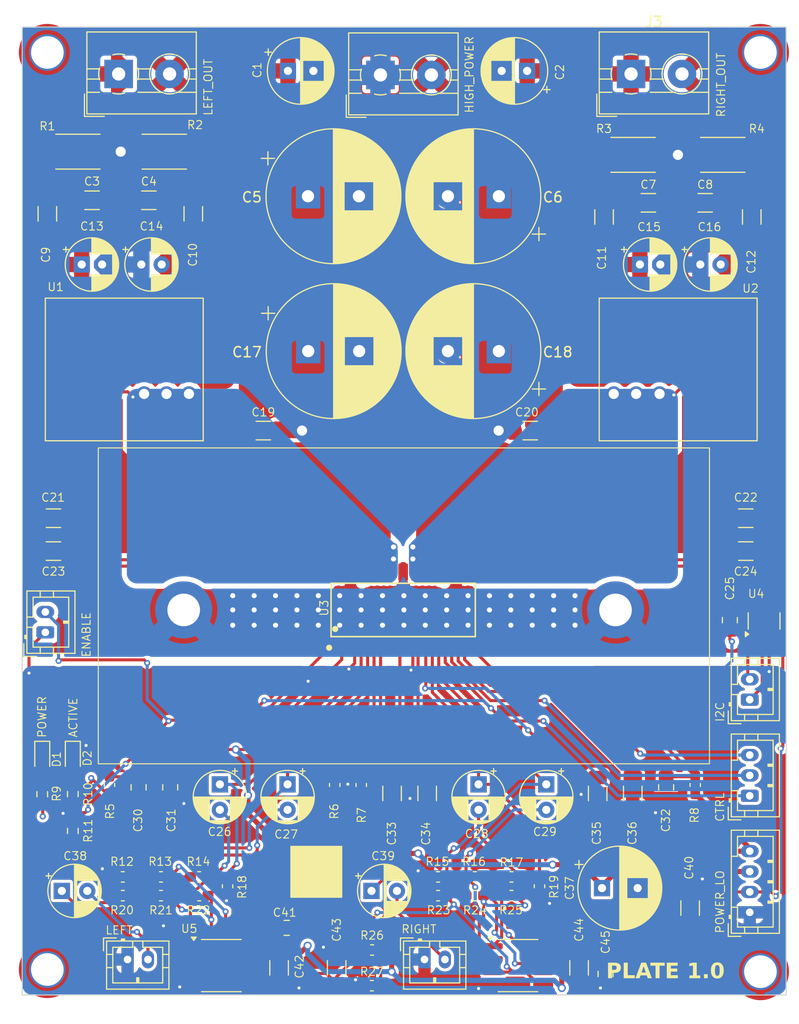
<source format=kicad_pcb>
(kicad_pcb (version 20240108) (generator "pcbnew") (generator_version "8.0")
  (layers (0 "F.Cu" signal) (31 "B.Cu" signal) (34 "B.Paste" user) (35 "F.Paste" user) (36 "B.SilkS" user "B.Silkscreen") (37 "F.SilkS" user "F.Silkscreen") (38 "B.Mask" user) (39 "F.Mask" user) (44 "Edge.Cuts" user))
  (net 0 "")
  (net 1 "GND")
  (net 2 "3V3")
  (net 3 "CLIP")
  (net 4 "RESET")
  (net 5 "FAULT")
  (net 6 "48V")
  (net 7 "RIGHT_A")
  (net 8 "LEFT_A")
  (net 9 "12V")
  (net 10 "SPEAKERL_POS")
  (net 11 "SPEAKERL_NEG")
  (net 12 "LEFT_IN")
  (net 13 "SPEAKERR_POS")
  (net 14 "SPEAKERR_NEG")
  (net 15 "RIGHT_IN")
  (net 16 "OUTA")
  (net 17 "OUTC")
  (net 18 "OUTD")
  (net 19 "OUTB")
  (net 20 "RIGHT_B")
  (net 21 "LEFT_B")
  (net 22 "Net-(C9-Pad2)")
  (net 23 "Net-(C10-Pad1)")
  (net 24 "Net-(U5A--)")
  (net 25 "Net-(D1-A)")
  (net 26 "Net-(U5B--)")
  (net 27 "4.75V")
  (net 28 "9.5V")
  (net 29 "SCL")
  (net 30 "SDA")
  (net 31 "Net-(D2-A)")
  (net 32 "Net-(C27-Pad2)")
  (net 33 "Net-(U6A--)")
  (net 34 "Net-(C29-Pad2)")
  (net 35 "Net-(U6B--)")
  (net 36 "PGND")
  (net 37 "Net-(C26-Pad2)")
  (net 38 "Net-(C28-Pad2)")
  (net 39 "Net-(C39-Pad1)")
  (net 40 "Net-(C11-Pad2)")
  (net 41 "Net-(C12-Pad1)")
  (net 42 "Net-(U3-BST_B)")
  (net 43 "Net-(U3-BST_C)")
  (net 44 "Net-(U3-BST_A)")
  (net 45 "Net-(U3-BST_D)")
  (net 46 "Net-(U3-GVDD_AB)")
  (net 47 "Net-(U3-GVDD_CD)")
  (net 48 "Net-(U3-DVDD)")
  (net 49 "Net-(U3-AVDD)")
  (net 50 "Net-(U3-C_START)")
  (net 51 "Net-(U3-VBG)")
  (net 52 "Net-(C38-Pad1)")
  (net 53 "Net-(U3-OC_ADJ)")
  (net 54 "Net-(U3-FREQ_ADJ)")
  (footprint "Capacitor_THT:CP_Radial_D5.0mm_P2.00mm" (layer "F.Cu") (at 100.775 79.6)
    (property "Reference" "C13")
    (property "Value" "1u 50V")
  )
  (footprint "Capacitor_SMD:C_0603_1608Metric_Pad1.08x0.95mm_HandSolder" (layer "F.Cu") (at 129.280112 146.875)
    (property "Reference" "R26")
    (property "Value" "10k")
  )
  (footprint "Resistor_SMD:R_2512_6332Metric_Pad1.40x3.35mm_HandSolder" (layer "F.Cu") (at 154.9 68.8375)
    (property "Reference" "R3")
    (property "Value" "3R3")
  )
  (footprint "Package_SO:SOIC-8_3.9x4.9mm_P1.27mm" (layer "F.Cu") (at 143.6 148.405)
    (property "Reference" "U6" (hide yes))
    (property "Value" "OPA1602")
  )
  (footprint "Capacitor_SMD:C_0603_1608Metric_Pad1.08x0.95mm_HandSolder" (layer "F.Cu") (at 142.9625 139.699873)
    (property "Reference" "R17")
    (property "Value" "10k")
  )
  (footprint "Connector_JST:JST_PH_B3B-PH-K_1x03_P2.00mm_Vertical" (layer "F.Cu") (at 166.35 131.7405 90)
    (property "Reference" "J6" (hide yes))
    (property "Value" "Conn_01x03_Pin")
  )
  (footprint "TerminalBlock:TerminalBlock_MaiXu_MX126-5.0-02P_1x02_P5.00mm" (layer "F.Cu") (at 104.4 60.9)
    (property "Reference" "J1" (hide yes))
    (property "Value" "Conn_01x02_Pin")
  )
  (footprint "Capacitor_THT:CP_Radial_D6.3mm_P2.50mm" (layer "F.Cu") (at 144.5 60.6 180)
    (property "Reference" "C2")
    (property "Value" "47U 50V")
  )
  (footprint "Connector_JST:JST_PH_B2B-PH-K_1x02_P2.00mm_Vertical" (layer "F.Cu") (at 105.275 147.805)
    (property "Reference" "J8" (hide yes))
    (property "Value" "Conn_01x02_Pin")
  )
  (footprint "Custom:UA8014-AL" (layer "F.Cu") (at 105.05 90 180)
    (property "Reference" "U1")
    (property "Value" "~")
  )
  (footprint "Connector_JST:JST_PH_B2B-PH-K_1x02_P2.00mm_Vertical" (layer "F.Cu") (at 166.35 122.306 90)
    (property "Reference" "J5" (hide yes))
    (property "Value" "Conn_01x02_Pin")
  )
  (footprint "MountingHole:MountingHole_3.2mm_M3_DIN965_Pad_TopBottom" (layer "F.Cu") (at 153.175 113.5)
    (property "Reference" "H4" (hide yes))
    (property "Value" "MountingHole_Pad")
  )
  (footprint "Capacitor_SMD:C_1206_3216Metric_Pad1.33x1.80mm_HandSolder" (layer "F.Cu") (at 156.4 73.545)
    (property "Reference" "C7")
    (property "Value" "1n 50V C0G")
  )
  (footprint "MountingHole:MountingHole_3.2mm_M3_DIN965_Pad_TopBottom" (layer "F.Cu") (at 110.785 113.5 90)
    (property "Reference" "H3" (hide yes))
    (property "Value" "MountingHole_Pad")
  )
  (footprint "Capacitor_SMD:C_1206_3216Metric_Pad1.33x1.80mm_HandSolder" (layer "F.Cu") (at 165.9625 107.725)
    (property "Reference" "C24")
    (property "Value" "33n 100V")
  )
  (footprint "Capacitor_SMD:C_1206_3216Metric_Pad1.33x1.80mm_HandSolder" (layer "F.Cu") (at 160.5 142.7625 90)
    (property "Reference" "C40")
    (property "Value" "10u 50V")
  )
  (footprint "MountingHole:MountingHole_3.2mm_M3_DIN965_Pad_TopOnly" (layer "F.Cu") (at 167.4 149 -90)
    (property "Reference" "H6" (hide yes))
    (property "Value" "MountingHole")
  )
  (footprint "MountingHole:MountingHole_3.2mm_M3_DIN965_Pad_TopOnly" (layer "F.Cu") (at 167.4 58.79 -90)
    (property "Reference" "H2" (hide yes))
    (property "Value" "MountingHole")
  )
  (footprint "MountingHole:MountingHole_3.2mm_M3_DIN965_Pad_TopOnly" (layer "F.Cu") (at 97.4 148.79 -90)
    (property "Reference" "H5" (hide yes))
    (property "Value" "MountingHole")
  )
  (footprint "Capacitor_THT:CP_Radial_D5.0mm_P2.50mm" (layer "F.Cu") (at 146.37714 130.617162 -90)
    (property "Reference" "C29")
    (property "Value" "10u Nichicon 25V")
  )
  (footprint "Capacitor_SMD:C_0603_1608Metric_Pad1.08x0.95mm_HandSolder" (layer "F.Cu") (at 112.305449 141.539873)
    (property "Reference" "R22")
    (property "Value" "13k")
  )
  (footprint "Package_SO:SOIC-8_3.9x4.9mm_P1.27mm" (layer "F.Cu") (at 114.475 148.405)
    (property "Reference" "U5")
    (property "Value" "OPA1602")
  )
  (footprint "Capacitor_SMD:C_0603_1608Metric_Pad1.08x0.95mm_HandSolder" (layer "F.Cu") (at 112.305449 139.699873)
    (property "Reference" "R14")
    (property "Value" "10k")
  )
  (footprint "Capacitor_SMD:C_1206_3216Metric_Pad1.33x1.80mm_HandSolder" (layer "F.Cu") (at 98 107.725 180)
    (property "Reference" "C23")
    (property "Value" "33n 100V")
  )
  (footprint "Capacitor_THT:CP_Radial_D5.0mm_P2.50mm" (layer "F.Cu") (at 120.982856 130.617162 -90)
    (property "Reference" "C27")
    (property "Value" "10u Nichicon 25V")
  )
  (footprint "Capacitor_SMD:C_0805_2012Metric_Pad1.18x1.45mm_HandSolder" (layer "F.Cu") (at 120.9 144.7 180)
    (property "Reference" "C41")
    (property "Value" "0.1u")
  )
  (footprint "Capacitor_SMD:C_1206_3216Metric_Pad1.33x1.80mm_HandSolder" (layer "F.Cu") (at 161.975 73.545)
    (property "Reference" "C8")
    (property "Value" "1n 50V C0G")
  )
  (footprint "Resistor_SMD:R_0603_1608Metric_Pad0.98x0.95mm_HandSolder" (layer "F.Cu") (at 99.9 131.5725 90)
    (property "Reference" "R10")
    (property "Value" "330R")
  )
  (footprint "Capacitor_SMD:C_0603_1608Metric_Pad1.08x0.95mm_HandSolder" (layer "F.Cu") (at 104.805449 141.539873)
    (property "Reference" "R20")
    (property "Value" "20k")
  )
  (footprint "Resistor_SMD:R_2512_6332Metric_Pad1.40x3.35mm_HandSolder" (layer "F.Cu") (at 100.4 68.525)
    (property "Reference" "R1")
    (property "Value" "3R3")
  )
  (footprint "Capacitor_SMD:C_0805_2012Metric_Pad1.18x1.45mm_HandSolder" (layer "F.Cu") (at 152.2 149.225 90)
    (property "Reference" "C45")
    (property "Value" "0.1u")
  )
  (footprint "Capacitor_SMD:C_0805_2012Metric_Pad1.18x1.45mm_HandSolder" (layer "F.Cu") (at 109.461428 130.907387 90)
    (property "Reference" "C31")
    (property "Value" "0.1u")
  )
  (footprint "Capacitor_SMD:C_1206_3216Metric_Pad1.33x1.80mm_HandSolder" (layer "F.Cu") (at 118.6 95.9)
    (property "Reference" "C19")
    (property "Value" "1U X7R 50V")
  )
  (footprint "Capacitor_THT:CP_Radial_D5.0mm_P2.50mm" (layer "F.Cu") (at 129.219888 141.075)
    (property "Reference" "C39")
    (property "Value" "10u Nichicon 25V")
  )
  (footprint "Capacitor_THT:CP_Radial_D13.0mm_P5.00mm" (layer "F.Cu") (at 122.984785 72.9)
    (property "Reference" "C5")
    (property "Value" "470u 63V")
  )
  (footprint "Capacitor_SMD:C_1206_3216Metric_Pad1.33x1.80mm_HandSolder" (layer "F.Cu") (at 166.55 74.9375 -90)
    (property "Reference" "C12")
    (property "Value" "10n 50V C0G")
  )
  (footprint "Capacitor_SMD:C_0603_1608Metric_Pad1.08x0.95mm_HandSolder" (layer "F.Cu") (at 142.9625 141.539873)
    (property "Reference" "R25")
    (property "Value" "13k")
  )
  (footprint "Capacitor_SMD:C_0805_2012Metric_Pad1.18x1.45mm_HandSolder" (layer "F.Cu") (at 158.144282 130.907387 -90)
    (property "Reference" "C32")
    (property "Value" "0.1u")
  )
  (footprint "Capacitor_THT:CP_Radial_D13.0mm_P5.00mm" (layer "F.Cu") (at 141.721878 88.1 180)
    (property "Reference" "C18")
    (property "Value" "470u 63V")
  )
  (footprint "Capacitor_SMD:C_0603_1608Metric_Pad1.08x0.95mm_HandSolder" (layer "F.Cu") (at 115.092949 140.619873 90)
    (property "Reference" "R18")
    (property "Value" "20k")
  )
  (footprint "Capacitor_SMD:C_1206_3216Metric_Pad1.33x1.80mm_HandSolder" (layer "F.Cu") (at 165.9625 104.5)
    (property "Reference" "C22")
    (property "Value" "33n 100V")
  )
  (footprint "Connector_JST:JST_PH_B4B-PH-K_1x04_P2.00mm_Vertical" (layer "F.Cu") (at 166.35 143.175 90)
    (property "Reference" "J7" (hide yes))
    (property "Value" "Conn_01x04_Pin")
  )
  (footprint "Capacitor_SMD:C_0603_1608Metric_Pad1.08x0.95mm_HandSolder" (layer "F.Cu") (at 103.5 130.677387 90)
    (property "Reference" "R5")
    (property "Value" "3R3")
  )
  (footprint "Resistor_SMD:R_2512_6332Metric_Pad1.40x3.35mm_HandSolder" (layer "F.Cu") (at 108.876653 68.525)
    (property "Reference" "R2")
    (property "Value" "3R3")
  )
  (footprint "Capacitor_SMD:C_1206_3216Metric_Pad1.33x1.80mm_HandSolder" (layer "F.Cu") (at 101.7875 73.295)
    (property "Reference" "C3")
    (property "Value" "1n 50V C0G")
  )
  (footprint "Capacitor_SMD:C_1206_3216Metric_Pad1.33x1.80mm_HandSolder" (layer "F.Cu") (at 107.36283 73.295)
    (property "Reference" "C4")
    (property "Value" "1n 50V C0G")
  )
  (footprint "LED_SMD:LED_0603_1608Metric_Pad1.05x0.95mm_HandSolder" (layer "F.Cu") (at 99.9 128.0525 -90)
    (property "Reference" "D2")
    (property "Value" "RED")
  )
  (footprint "TerminalBlock:TerminalBlock_MaiXu_MX126-5.0-02P_1x02_P5.00mm" (layer "F.Cu") (at 130.1 60.995)
    (property "Reference" "J2" (hide yes))
    (property "Value" "Conn_01x02_Pin")
  )
  (footprint "Capacitor_SMD:C_0603_1608Metric_Pad1.08x0.95mm_HandSolder" (layer "F.Cu") (at 161 130.677387 90)
    (property "Reference" "R8")
    (property "Value" "3R3")
  )
  (footprint "Capacitor_THT:CP_Radial_D5.0mm_P2.00mm" (layer "F.Cu") (at 161.5 79.6)
    (property "Reference" "C16")
    (property "Value" "1u 50V")
  )
  (footprint "Capacitor_THT:CP_Radial_D13.0mm_P5.00mm" (layer "F.Cu") (at 123.008744 88.1)
    (property "Reference" "C17")
    (property "Value" "470u 63V")
  )
  (footprint "Capacitor_THT:CP_Radial_D6.3mm_P2.50mm" (layer "F.Cu") (at 121.017621 60.6)
    (property "Reference" "C1")
    (property "Value" "47U 50V")
  )
  (footprint "Package_TO_SOT_SMD:SOT-23-6" (layer "F.Cu") (at 167.759566 114.583 90)
    (property "Reference" "U4")
    (property "Value" "TMP100")
  )
  (footprint "Capacitor_SMD:C_0805_2012Metric_Pad1.18x1.45mm_HandSolder" (layer "F.Cu") (at 106.355714 130.907387 -90)
    (property "Reference" "C30")
    (property "Value" "0.1u")
  )
  (footprint "Resistor_SMD:R_0603_1608Metric_Pad0.98x0.95mm_HandSolder" (layer "F.Cu") (at 99.9 135.185 90)
    (property "Reference" "R11")
    (property "Value" "4.7K")
  )
  (footprint "Capacitor_SMD:C_0805_2012Metric_Pad1.18x1.45mm_HandSolder" (layer "F.Cu") (at 164.4 114.5 90)
    (property "Reference" "C25")
    (property "Value" "0.1u")
  )
  (footprint "Capacitor_SMD:C_1206_3216Metric_Pad1.33x1.80mm_HandSolder" (layer "F.Cu") (at 98 104.5 180)
    (property "Reference" "C21")
    (property "Value" "33n 100V")
  )
  (footprint "Capacitor_SMD:C_1206_3216Metric_Pad1.33x1.80mm_HandSolder" (layer "F.Cu") (at 154.868568 131.507387 90)
    (property "Reference" "C36")
    (property "Value" "1u")
  )
  (footprint "Capacitor_SMD:C_1206_3216Metric_Pad1.33x1.80mm_HandSolder" (layer "F.Cu") (at 144.8 95.9 180)
    (property "Reference" "C20")
    (property "Value" "1U X7R 50V")
  )
  (footprint "Capacitor_SMD:C_1206_3216Metric_Pad1.33x1.80mm_HandSolder" (layer "F.Cu") (at 149.6 148.625 -90)
    (property "Reference" "C44")
    (property "Value" "10u 50V")
  )
  (footprint "Capacitor_THT:CP_Radial_D5.0mm_P2.00mm" (layer "F.Cu") (at 155.569888 79.6)
    (property "Reference" "C15")
    (property "Value" "1u 50V")
  )
  (footprint "Capacitor_SMD:C_0603_1608Metric_Pad1.08x0.95mm_HandSolder" (layer "F.Cu") (at 139.3625 139.699873)
    (property "Reference" "R16")
    (property "Value" "10k")
  )
  (footprint "Capacitor_SMD:C_1206_3216Metric_Pad1.33x1.80mm_HandSolder" (layer "F.Cu") (at 97.4 74.625 90)
    (property "Reference" "C9")
    (property "Value" "10n 50V C0G")
  )
  (footprint "Capacitor_SMD:C_0603_1608Metric_Pad1.08x0.95mm_HandSolder" (layer "F.Cu") (at 129.255112 150.375)
    (property "Reference" "R27")
    (property "Value" "10k")
  )
  (footprint "Connector_JST:JST_PH_B2B-PH-K_1x02_P2.00mm_Vertical" (layer "F.Cu") (at 97.2 115.7 90)
    (property "Reference" "J4" (hide yes))
    (property "Value" "Conn_01x02_Pin")
  )
  (footprint "Capacitor_THT:CP_Radial_D5.0mm_P2.50mm" (layer "F.Cu") (at 114.337142 130.617162 -90)
    (property "Reference" "C26")
    (property "Value" "10u Nichicon 25V")
  )
  (footprint "Capacitor_SMD:C_0603_1608Metric_Pad1.08x0.95mm_HandSolder" (layer "F.Cu") (at 104.805449 139.699873)
    (property "Reference" "R12")
    (property "Value" "20k")
  )
  (footprint "Capacitor_SMD:C_1206_3216Metric_Pad1.33x1.80mm_HandSolder" (layer "F.Cu") (at 134.685712 131.507387 90)
    (property "Reference" "C34")
    (property "Value" "1u")
  )
  (footprint "Custom:UA8014-AL" (layer "F.Cu") (at 159.425 90 180)
    (property "Reference" "U2")
    (property "Value" "~")
  )
  (footprint "Capacitor_SMD:C_1206_3216Metric_Pad1.33x1.80mm_HandSolder" (layer "F.Cu") (at 111.726653 74.625 -90)
    (property "Reference" "C10")
    (property "Value" "10n 50V C0G")
  )
  (footprint "Capacitor_THT:CP_Radial_D5.0mm_P2.50mm" (layer "F.Cu") (at 139.731426 130.617162 -90)
    (property "Reference" "C28")
    (property "Value" "10u Nichicon 25V")
  )
  (footprint "Capacitor_SMD:C_1206_3216Metric_Pad1.33x1.80mm_HandSolder" (layer "F.Cu") (at 125.8 148.625 90)
    (property "Reference" "C43")
    (property "Value" "47u")
  )
  (footprint "Capacitor_SMD:C_0603_1608Metric_Pad1.08x0.95mm_HandSolder" (layer "F.Cu") (at 139.3625 141.539873 180)
    (property "Reference" "R24")
    (property "Value" "10k")
  )
  (footprint "Capacitor_SMD:C_0603_1608Metric_Pad1.08x0.95mm_HandSolder" (layer "F.Cu") (at 135.7625 139.699873)
    (property "Reference" "R15")
    (property "Value" "20k")
  )
  (footprint "Capacitor_SMD:C_1206_3216Metric_Pad1.33x1.80mm_HandSolder" (layer "F.Cu") (at 131.239998 131.507387 90)
    (property "Reference" "C33")
    (property "Value" "1u")
  )
  (footprint "Capacitor_SMD:C_0603_1608Metric_Pad1.08x0.95mm_HandSolder" (layer "F.Cu") (at 108.555449 139.699873)
    (property "Reference" "R13")
    (property "Value" "10k")
  )
  (footprint "Capacitor_THT:CP_Radial_D8.0mm_P3.50mm" (layer "F.Cu") (at 151.847349 140.8)
    (property "Reference" "C37")
    (property "Value" "470u 16V")
  )
  (footprint "Capacitor_THT:CP_Radial_D5.0mm_P2.00mm" (layer "F.Cu") (at 106.625 79.6)
    (property "Reference" "C14")
    (property "Value" "1u 50V")
  )
  (footprint "Connector_JST:JST_PH_B2B-PH-K_1x02_P2.00mm_Vertical" (layer "F.Cu") (at 134.425 147.805)
    (property "Reference" "J9" (hide yes))
    (property "Value" "Conn_01x02_Pin")
  )
  (footprint "Capacitor_SMD:C_1206_3216Metric_Pad1.33x1.80mm_HandSolder" (layer "F.Cu") (at 152.05 74.9375 90)
    (property "Reference" "C11")
    (property "Value" "10n 50V C0G")
  )
  (footprint "Resistor_SMD:R_0603_1608Metric_Pad0.98x0.95mm_HandSolder" (layer "F.Cu") (at 96.9 131.585 90)
    (property "Reference" "R9")
    (property "Value" "3K")
  )
  (footprint "Capacitor_SMD:C_0603_1608Metric_Pad1.08x0.95mm_HandSolder" (layer "F.Cu") (at 128.214284 130.677387 90)
    (property "Reference" "R7")
    (property "Value" "30k")
  )
  (footprint "MountingHole:MountingHole_3.2mm_M3_DIN965_Pad_TopOnly" (layer "F.Cu") (at 97.4 58.79 -90)
    (property "Reference" "H1" (hide yes))
    (property "Value" "MountingHole")
  )
  (footprint "Capacitor_SMD:C_0603_1608Metric_Pad1.08x0.95mm_HandSolder" (layer "F.Cu") (at 135.7625 141.539873)
    (property "Reference" "R23")
    (property "Value" "20k")
  )
  (footprint "Resistor_SMD:R_2512_6332Metric_Pad1.40x3.35mm_HandSolder" (layer "F.Cu") (at 163.7 68.8375)
    (property "Reference" "R4")
    (property "Value" "3R3")
  )
  (footprint "Capacitor_SMD:C_0603_1608Metric_Pad1.08x0.95mm_HandSolder" (layer "F.Cu") (at 125.60857 130.677387 90)
    (property "Reference" "R6")
    (property "Value" "22k")
  )
  (footprint "Capacitor_THT:CP_Radial_D5.0mm_P2.50mm" (layer "F.Cu") (at 98.819888 141.075)
    (property "Reference" "C38")
    (property "Value" "10u Nichicon 25V")
  )
  (footprint "Capacitor_SMD:C_0603_1608Metric_Pad1.08x0.95mm_HandSolder" (layer "F.Cu") (at 108.555449 141.539873 180)
    (property "Reference" "R21")
    (property "Value" "10k")
  )
  (footprint "Capacitor_SMD:C_1206_3216Metric_Pad1.33x1.80mm_HandSolder" (layer "F.Cu") (at 120.15 148.625 -90)
    (property "Reference" "C42")
    (property "Value" "10u 50V")
  )
  (footprint "Capacitor_SMD:C_1206_3216Metric_Pad1.33x1.80mm_HandSolder" (layer "F.Cu") (at 151.422854 131.507387 90)
    (property "Reference" "C35")
    (property "Value" "47u")
  )
  (footprint "Capacitor_SMD:C_0603_1608Metric_Pad1.08x0.95mm_HandSolder" (layer "F.Cu") (at 145.7125 140.619873 90)
    (property "Reference" "R19")
    (property "Value" "20k")
  )
  (footprint "LED_SMD:LED_0603_1608Metric_Pad1.05x0.95mm_HandSolder" (layer "F.Cu") (at 96.9 128.0525 -90)
    (property "Reference" "D1")
    (property "Value" "BLUE")
  )
  (footprint "TerminalBlock:TerminalBlock_MaiXu_MX126-5.0-02P_1x02_P5.00mm" (layer "F.Cu") (at 154.7 60.9)
    (property "Reference" "J3")
    (property "Value" "Conn_01x02_Pin")
  )
  (footprint "Capacitor_THT:CP_Radial_D13.0mm_P5.00mm" (layer "F.Cu") (at 141.721878 72.9 180)
    (property "Reference" "C6")
    (property "Value" "470u 63V")
  )
  (footprint "easyeda2kicad:HTSSOP-44_L14.0-W6.1-P0.64-LS8.1-BL-EP" (layer "F.Cu") (at 132.33 113.5)
    (property "Reference" "U3")
    (property "Value" "TPA3255DDV")
  )
  (gr_rect (start 102.4 97.6) (end 162.4 128.6) (stroke (width 0.1)) (fill none) (layer "F.SilkS"))
  (gr_rect (start 121.3 136.7) (end 126.3 141.7) (stroke (width 0.1)) (fill solid) (layer "F.SilkS"))
  (gr_line (start 169.93 151.29) (end 164.93 151.29) (stroke (width 0.1)) (layer "Edge.Cuts"))
  (gr_line (start 99.93 56.29) (end 164.93 56.29) (stroke (width 0.1)) (layer "Edge.Cuts"))
  (gr_line (start 164.93 151.29) (end 99.93 151.29) (stroke (width 0.1)) (layer "Edge.Cuts"))
  (gr_line (start 169.93 56.29) (end 169.93 151.29) (stroke (width 0.1)) (layer "Edge.Cuts"))
  (gr_line (start 94.93 56.29) (end 94.93 151.29) (stroke (width 0.1)) (layer "Edge.Cuts"))
  (gr_line (start 99.93 151.29) (end 94.93 151.29) (stroke (width 0.1)) (layer "Edge.Cuts"))
  (gr_line (start 164.93 56.29) (end 169.93 56.29) (stroke (width 0.1)) (layer "Edge.Cuts"))
  (gr_line (start 99.93 56.29) (end 94.93 56.29) (stroke (width 0.1)) (layer "Edge.Cuts"))
  (gr_text "HIGH_POWER" (at 139.3 64.8 90) (layer "F.SilkS") (effects (font (size 0.8 0.8) (thickness 0.1)) (justify left bottom)))
  (gr_text "LEFT" (at 103.05 145.4 0) (layer "F.SilkS") (effects (font (size 0.8 0.8) (thickness 0.1)) (justify left bottom)))
  (gr_text "LEFT_OUT" (at 113.6575 65.05 90) (layer "F.SilkS") (effects (font (size 0.8 0.8) (thickness 0.1)) (justify left bottom)))
  (gr_text "I2C" (at 163.9 124.55 90) (layer "F.SilkS") (effects (font (size 0.8 0.8) (thickness 0.1)) (justify left bottom)))
  (gr_text "RIGHT" (at 132.1 145.3 0) (layer "F.SilkS") (effects (font (size 0.8 0.8) (thickness 0.1)) (justify left bottom)))
  (gr_text "ENABLE" (at 101.7 118.2 90) (layer "F.SilkS") (effects (font (size 0.8 0.8) (thickness 0.1)) (justify left bottom)))
  (gr_text "ACTIVE" (at 100.4 126.0725 90) (layer "F.SilkS") (effects (font (size 0.8 0.8) (thickness 0.1)) (justify left bottom)))
  (gr_text "POWER" (at 97.35 126.1025 90) (layer "F.SilkS") (effects (font (size 0.8 0.8) (thickness 0.1)) (justify left bottom)))
  (gr_text "PLATE 1.0\n" (at 163.9 149.9 0) (layer "F.SilkS") (effects (font (size 1.5 1.5) (thickness 0.2) (bold yes)) (justify right bottom)))
  (gr_text "RIGHT_OUT" (at 164 65.2 90) (layer "F.SilkS") (effects (font (size 0.8 0.8) (thickness 0.1)) (justify left bottom)))
  (gr_text "POWER_LO" (at 163.9 145.3 90) (layer "F.SilkS") (effects (font (size 0.8 0.8) (thickness 0.1)) (justify left bottom)))
  (gr_text "CTRL\n" (at 163.9 134.35 90) (layer "F.SilkS") (effects (font (size 0.8 0.8) (thickness 0.1)) (justify left bottom)))
  (segment (start 134.9 139.699873) (end 134.399873 139.699873) (width 0.3) (layer "F.Cu") (net 1))
  (segment (start 100.8225 127.1775) (end 101.2 126.8) (width 0.3) (layer "F.Cu") (net 1))
  (segment (start 151.422854 133.069887) (end 154.868568 133.069887) (width 0.3) (layer "F.Cu") (net 1))
  (segment (start 99.9 127.1775) (end 100.8225 127.1775) (width 0.3) (layer "F.Cu") (net 1))
  (segment (start 112 150.31) (end 110.59 150.31) (width 0.3) (layer "F.Cu") (net 1))
  (segment (start 145.7125 141.482373) (end 145.882373 141.482373) (width 0.3) (layer "F.Cu") (net 1))
  (segment (start 149.6 150.1875) (end 151.2875 150.1875) (width 0.3) (layer "F.Cu") (net 1))
  (segment (start 133.28 119.22) (end 133.1 119.4) (width 0.3) (layer "F.Cu") (net 1))
  (segment (start 167.759566 115.7205) (end 167.759566 116.625893) (width 0.3) (layer "F.Cu") (net 1))
  (segment (start 127.57 117.21) (end 126.93 117.21) (width 0.3) (layer "F.Cu") (net 1))
  (segment (start 164.4 115.5375) (end 164.4 116.4) (width 0.3) (layer "F.Cu") (net 1))
  (segment (start 127.57 118.73) (end 127 119.3) (width 0.3) (layer "F.Cu") (net 1))
  (segment (start 121.6875 150.1875) (end 122.1 150.6) (width 0.3) (layer "F.Cu") (net 1))
  (segment (start 132.65 117.21) (end 133.28 117.21) (width 0.3) (layer "F.Cu") (net 1))
  (segment (start 133.28 117.21) (end 133.28 119.22) (width 0.3) (layer "F.Cu") (net 1))
  (segment (start 167.759566 116.625893) (end 168.258887 117.125214) (width 0.3) (layer "F.Cu") (net 1))
  (segment (start 167.759566 113.4455) (end 167.759566 115.7205) (width 0.3) (layer "F.Cu") (net 1))
  (segment (start 158.144282 131.944887) (end 158.144282 132.355718) (width 0.3) (layer "F.Cu") (net 1))
  (segment (start 124.9625 147.0625) (end 124.5 146.6) (width 0.3) (layer "F.Cu") (net 1))
  (segment (start 140.074314 150.31) (end 139.734314 150.65) (width 0.3) (layer "F.Cu") (net 1))
  (segment (start 158.144282 132.355718) (end 157.1 133.4) (width 0.3) (layer "F.Cu") (net 1))
  (segment (start 103.942949 139.699873) (end 103.599873 139.699873) (width 0.3) (layer "F.Cu") (net 1))
  (segment (start 133 133.069887) (end 133 132) (width 0.3) (layer "F.Cu") (net 1))
  (segment (start 145.882373 141.482373) (end 146.7 142.3) (width 0.3) (layer "F.Cu") (net 1))
  (segment (start 126.9 131.539887) (end 126.9 130.6) (width 0.3) (layer "F.Cu") (net 1))
  (segment (start 95.6 117.3) (end 95.6 119.7) (width 0.3) (layer "F.Cu") (net 1))
  (segment (start 151.422854 133.069887) (end 151.269887 133.069887) (width 0.3) (layer "F.Cu") (net 1))
  (segment (start 141.125 150.31) (end 140.074314 150.31) (width 0.3) (layer "F.Cu") (net 1))
  (segment (start 151.269887 133.069887) (end 149.8 131.6) (width 0.3) (layer "F.Cu") (net 1))
  (segment (start 133 133.069887) (end 134.685712 133.069887) (width 0.3) (layer "F.Cu") (net 1))
  (segment (start 99.751 134.2725) (end 98.944 133.4655) (width 0.3) (layer "F.Cu") (net 1))
  (segment (start 164.4 116.4) (end 164.6 116.6) (width 0.3) (layer "F.Cu") (net 1))
  (segment (start 125.8 147.0625) (end 124.9625 147.0625) (width 0.3) (layer "F.Cu") (net 1))
  (segment (start 120.15 150.1875) (end 121.6875 150.1875) (width 0.3) (layer "F.Cu") (net 1))
  (segment (start 168.258887 117.125214) (end 168.258887 119.548838) (width 0.3) (layer "F.Cu") (net 1))
  (segment (start 115.092949 141.93199) (end 114.986421 142.038518) (width 0.3) (layer "F.Cu") (net 1))
  (segment (start 115.092949 141.482373) (end 115.092949 141.93199) (width 0.3) (layer "F.Cu") (net 1))
  (segment (start 126.9 131.539887) (end 125.60857 131.539887) (width 0.3) (layer "F.Cu") (net 1))
  (segment (start 128.392612 150.375) (end 127.817612 149.8) (width 0.3) (layer "F.Cu") (net 1))
  (segment (start 103.599873 139.699873) (end 102.8 138.9) (width 0.3) (layer "F.Cu") (net 1))
  (segment (start 160.5 141.1) (end 161.7 139.9) (width 0.3) (layer "F.Cu") (net 1))
  (segment (start 151.2875 150.1875) (end 151.7 150.6) (width 0.3) (layer "F.Cu") (net 1))
  (segment (start 106.355714 131.944887) (end 109.461428 131.944887) (width 0.3) (layer "F.Cu") (net 1))
  (segment (start 109.461428 131.944887) (end 110.244887 131.944887) (width 0.3) (layer "F.Cu") (net 1))
  (segment (start 127.817612 149.8) (end 127.653906 149.8) (width 0.3) (layer "F.Cu") (net 1))
  (segment (start 110.244887 131.944887) (end 110.8 132.5) (width 0.3) (layer "F.Cu") (net 1))
  (segment (start 99.9 134.2725) (end 99.751 134.2725) (width 0.3) (layer "F.Cu") (net 1))
  (segment (start 110.59 150.31) (end 110.4 150.5) (width 0.3) (layer "F.Cu") (net 1))
  (segment (start 127.57 117.21) (end 127.57 118.73) (width 0.3) (layer "F.Cu") (net 1))
  (segment (start 131.239998 133.069887) (end 133 133.069887) (width 0.3) (layer "F.Cu") (net 1))
  (segment (start 128.214284 131.539887) (end 126.9 131.539887) (width 0.3) (layer "F.Cu") (net 1))
  (segment (start 134.399873 139.699873) (end 133.8 139.1) (width 0.3) (layer "F.Cu") (net 1))
  (segment (start 160.5 141.2) (end 160.5 141.1) (width 0.3) (layer "F.Cu") (net 1))
  (segment (start 97.2 115.7) (end 95.6 117.3) (width 0.3) (layer "F.Cu") (net 1))
  (via (at 127.653906 149.8) (size 0.6) (drill 0.3) (layers "F.Cu" "B.Cu") (net 1))
  (via (at 146.7 142.3) (size 0.6) (drill 0.3) (layers "F.Cu" "B.Cu") (net 1))
  (via (at 133.1 119.4) (size 0.6) (drill 0.3) (layers "F.Cu" "B.Cu") (net 1))
  (via (at 124.5 146.6) (size 0.6) (drill 0.3) (layers "F.Cu" "B.Cu") (net 1))
  (via (at 133 132) (size 0.6) (drill 0.3) (layers "F.Cu" "B.Cu") (net 1))
  (via (at 161.7 139.9) (size 0.6) (drill 0.3) (layers "F.Cu" "B.Cu") (net 1))
  (via (at 164.6 116.6) (size 0.6) (drill 0.3) (layers "F.Cu" "B.Cu") (net 1))
  (via (at 151.7 150.6) (size 0.6) (drill 0.3) (layers "F.Cu" "B.Cu") (net 1))
  (via (at 102.8 138.9) (size 0.6) (drill 0.3) (layers "F.Cu" "B.Cu") (net 1))
  (via (at 157.1 133.4) (size 0.6) (drill 0.3) (layers "F.Cu" "B.Cu") (net 1))
  (via (at 133.8 139.1) (size 0.6) (drill 0.3) (layers "F.Cu" "B.Cu") (net 1))
  (via (at 149.8 131.6) (size 0.6) (drill 0.3) (layers "F.Cu" "B.Cu") (net 1))
  (via (at 114.986421 142.038518) (size 0.6) (drill 0.3) (layers "F.Cu" "B.Cu") (net 1))
  (via (at 139.734314 150.65) (size 0.6) (drill 0.3) (layers "F.Cu" "B.Cu") (net 1))
  (via (at 110.4 150.5) (size 0.6) (drill 0.3) (layers "F.Cu" "B.Cu") (net 1))
  (via (at 126.9 130.6) (size 0.6) (drill 0.3) (layers "F.Cu" "B.Cu") (net 1))
  (via (at 108.8 144.5) (size 0.6) (drill 0.3) (layers "F.Cu" "B.Cu") (net 1))
  (via (at 101.2 126.8) (size 0.6) (drill 0.3) (layers "F.Cu" "B.Cu") (net 1))
  (via (at 127 119.3) (size 0.6) (drill 0.3) (layers "F.Cu" "B.Cu") (net 1))
  (via (at 110.8 132.5) (size 0.6) (drill 0.3) (layers "F.Cu" "B.Cu") (net 1))
  (via (at 98.944 133.4655) (size 0.6) (drill 0.3) (layers "F.Cu" "B.Cu") (net 1))
  (via (at 168.258887 119.548838) (size 0.6) (drill 0.3) (layers "F.Cu" "B.Cu") (net 1))
  (via (at 123 120.5) (size 0.6) (drill 0.3) (layers "F.Cu" "B.Cu") (net 1))
  (via (at 95.6 119.7) (size 0.6) (drill 0.3) (layers "F.Cu" "B.Cu") (net 1))
  (via (at 122.1 150.6) (size 0.6) (drill 0.3) (layers "F.Cu" "B.Cu") (net 1))
  (segment (start 164.6 116.6) (end 164.6 118.5) (width 0.3) (layer "B.Cu") (net 1))
  (segment (start 164.6 118.5) (end 163.8 119.3) (width 0.3) (layer "B.Cu") (net 1))
  (segment (start 168.120828 112.433) (end 168.709566 113.021738) (width 0.3) (layer "F.Cu") (net 2))
  (segment (start 168.709566 113.021738) (end 168.709566 113.4455) (width 0.3) (layer "F.Cu") (net 2))
  (segment (start 166.35 141.175) (end 163.65 141.175) (width 0.3) (layer "F.Cu") (net 2))
  (segment (start 163.65 141.175) (end 160.5 144.325) (width 0.3) (layer "F.Cu") (net 2))
  (segment (start 166.35 141.175) (end 168.475 141.175) (width 0.3) (layer "F.Cu") (net 2))
  (segment (start 169.6 126.9) (end 169.4 127.1) (width 0.3) (layer "F.Cu") (net 2))
  (segment (start 168.709566 115.909566) (end 169.6 116.8) (width 0.3) (layer "F.Cu") (net 2))
  (segment (start 169.6 119.9) (end 169.6 126.9) (width 0.3) (layer "F.Cu") (net 2))
  (segment (start 169.6 116.8) (end 169.6 119.9) (width 0.3) (layer "F.Cu") (net 2))
  (segment (start 168.475 141.175) (end 168.9 141.6) (width 0.3) (layer "F.Cu") (net 2))
  (segment (start 164.4 113.4625) (end 165.4295 112.433) (width 0.3) (layer "F.Cu") (net 2))
  (segment (start 165.4295 112.433) (end 168.120828 112.433) (width 0.3) (layer "F.Cu") (net 2))
  (segment (start 168.709566 115.7205) (end 168.709566 115.909566) (width 0.3) (layer "F.Cu") (net 2))
  (segment (start 168.709566 113.4455) (end 168.709566 115.7205) (width 0.3) (layer "F.Cu") (net 2))
  (via (at 169.4 127.1) (size 0.6) (drill 0.3) (layers "F.Cu" "B.Cu") (net 2))
  (via (at 168.9 141.6) (size 0.6) (drill 0.3) (layers "F.Cu" "B.Cu") (net 2))
  (segment (start 169.4 127.1) (end 169.4 141.1) (width 0.3) (layer "B.Cu") (net 2))
  (segment (start 169.4 141.1) (end 168.9 141.6) (width 0.3) (layer "B.Cu") (net 2))
  (segment (start 138.36 118.375) (end 140.885 120.9) (width 0.3) (layer "F.Cu") (net 3))
  (segment (start 148.900002 120.9) (end 155.6 127.599998) (width 0.3) (layer "F.Cu") (net 3))
  (segment (start 138.36 117.21) (end 138.36 118.375) (width 0.3) (layer "F.Cu") (net 3))
  (segment (start 140.885 120.9) (end 148.900002 120.9) (width 0.3) (layer "F.Cu") (net 3))
  (via (at 155.6 127.599998) (size 0.6) (drill 0.3) (layers "F.Cu" "B.Cu") (net 3))
  (segment (start 155.740502 127.7405) (end 155.6 127.599998) (width 0.3) (layer "B.Cu") (net 3))
  (segment (start 166.35 127.7405) (end 155.740502 127.7405) (width 0.3) (layer "B.Cu") (net 3))
  (segment (start 101.4 133.1) (end 101.1 133.4) (width 0.3) (layer "F.Cu") (net 4))
  (segment (start 98.5 118.5) (end 98.6 118.4) (width 0.3) (layer "F.Cu") (net 4))
  (segment (start 98.6 118.4) (end 106.9 118.4) (width 0.3) (layer "F.Cu") (net 4))
  (segment (start 106.9 118.4) (end 107.2 118.7) (width 0.3) (layer "F.Cu") (net 4))
  (segment (start 136.46 118.66) (end 142.2 124.4) (width 0.3) (layer "F.Cu") (net 4))
  (segment (start 116.7805 124.3195) (end 118.7 122.4) (width 0.3) (layer "F.Cu") (net 4))
  (segment (start 101.1 133.4) (end 100.9 133.4) (width 0.3) (layer "F.Cu") (net 4))
  (segment (start 109.3 124.4) (end 105.1 128.6) (width 0.3) (layer "F.Cu") (net 4))
  (segment (start 116.7805 124.3195) (end 109.3805 124.3195) (width 0.3) (layer "F.Cu") (net 4))
  (segment (start 100.725 133.758896) (end 100.633052 133.666948) (width 0.3) (layer "F.Cu") (net 4))
  (segment (start 136.46 117.21) (end 136.46 118.66) (width 0.3) (layer "F.Cu") (net 4))
  (segment (start 100.725 135.2725) (end 100.725 133.758896) (width 0.3) (layer "F.Cu") (net 4))
  (segment (start 142.2 124.4) (end 146.099998 124.4) (width 0.3) (layer "F.Cu") (net 4))
  (segment (start 99.9 136.0975) (end 100.725 135.2725) (width 0.3) (layer "F.Cu") (net 4))
  (segment (start 100.633052 133.666948) (end 99.675552 132.709448) (width 0.3) (layer "F.Cu") (net 4))
  (segment (start 100.9 133.4) (end 100.633052 133.666948) (width 0.3) (layer "F.Cu") (net 4))
  (segment (start 97.2 113.7) (end 97.7 113.7) (width 0.3) (layer "F.Cu") (net 4))
  (segment (start 109.3805 124.3195) (end 109.3 124.4) (width 0.3) (layer "F.Cu") (net 4))
  (via (at 107.2 118.7) (size 0.6) (drill 0.3) (layers "F.Cu" "B.Cu") (net 4))
  (via (at 101.4 133.1) (size 0.6) (drill 0.3) (layers "F.Cu" "B.Cu") (net 4))
  (via (at 118.7 122.4) (size 0.6) (drill 0.3) (layers "F.Cu" "B.Cu") (net 4))
  (via (at 109.3 124.4) (size 0.6) (drill 0.3) (layers "F.Cu" "B.Cu") (net 4))
  (via (at 105.1 128.6) (size 0.6) (drill 0.3) (layers "F.Cu" "B.Cu") (net 4))
  (via (at 140.95 123.15) (size 0.6) (drill 0.3) (layers "F.Cu" "B.Cu") (net 4))
  (via (at 146.099998 124.4) (size 0.6) (drill 0.3) (layers "F.Cu" "B.Cu") (net 4))
  (via (at 98.5 118.5) (size 0.6) (drill 0.3) (layers "F.Cu" "B.Cu") (net 4))
  (segment (start 140.2 122.4) (end 140.95 123.15) (width 0.3) (layer "B.Cu") (net 4))
  (segment (start 105.1 128.6) (end 101.4 132.3) (width 0.3) (layer "B.Cu") (net 4))
  (segment (start 107.2 118.7) (end 107.2 122.3) (width 0.3) (layer "B.Cu") (net 4))
  (segment (start 118.7 122.4) (end 140.2 122.4) (width 0.3) (layer "B.Cu") (net 4))
  (segment (start 153.440498 131.7405) (end 146.099998 124.4) (width 0.3) (layer "B.Cu") (net 4))
  (segment (start 98.5 115) (end 98.5 118.5) (width 0.3) (layer "B.Cu") (net 4))
  (segment (start 97.2 113.7) (end 98.5 115) (width 0.3) (layer "B.Cu") (net 4))
  (segment (start 101.4 132.3) (end 101.4 133.1) (width 0.3) (layer "B.Cu") (net 4))
  (segment (start 107.2 122.3) (end 109.3 124.4) (width 0.3) (layer "B.Cu") (net 4))
  (segment (start 166.35 131.7405) (end 153.440498 131.7405) (width 0.3) (layer "B.Cu") (net 4))
  (segment (start 145.6 122.4) (end 146.2 122.4) (width 0.3) (layer "F.Cu") (net 5))
  (segment (start 137.09 117.21) (end 137.09 118.582894) (width 0.3) (layer "F.Cu") (net 5))
  (segment (start 137.09 118.582894) (end 140.907106 122.4) (width 0.3) (layer "F.Cu") (net 5))
  (segment (start 140.907106 122.4) (end 145.6 122.4) (width 0.3) (layer "F.Cu") (net 5))
  (via (at 146.2 122.4) (size 0.6) (drill 0.3) (layers "F.Cu" "B.Cu") (net 5))
  (segment (start 153.5405 129.7405) (end 146.2 122.4) (width 0.3) (layer "B.Cu") (net 5))
  (segment (start 166.35 129.7405) (end 153.5405 129.7405) (width 0.3) (layer "B.Cu") (net 5))
  (segment (start 145.7125 139.757373) (end 145.7125 135.3125) (width 0.3) (layer "F.Cu") (net 7))
  (segment (start 145.7125 135.3125) (end 141.017162 130.617162) (width 0.3) (layer "F.Cu") (net 7))
  (segment (start 139.731426 126.131426) (end 139.731426 130.617162) (width 0.3) (layer "F.Cu") (net 7))
  (segment (start 141.017162 130.617162) (end 139.731426 130.617162) (width 0.3) (layer "F.Cu") (net 7))
  (segment (start 135.19 117.21) (end 135.19 121.59) (width 0.3) (layer "F.Cu") (net 7))
  (segment (start 135.19 121.59) (end 139.731426 126.131426) (width 0.3) (layer "F.Cu") (net 7))
  (segment (start 128.2 117.21) (end 128.2 119.5875) (width 0.3) (layer "F.Cu") (net 8))
  (segment (start 115.092949 139.757373) (end 115.092949 139.307051) (width 0.3) (layer "F.Cu") (net 8))
  (segment (start 115.092949 139.307051) (end 116 138.4) (width 0.3) (layer "F.Cu") (net 8))
  (segment (start 117.170338 130.617162) (end 114.337142 130.617162) (width 0.3) (layer "F.Cu") (net 8))
  (segment (start 128.2 119.5875) (end 117.170338 130.617162) (width 0.3) (layer "F.Cu") (net 8))
  (via (at 116 138.4) (size 0.6) (drill 0.3) (layers "F.Cu" "B.Cu") (net 8))
  (segment (start 116 131.18002) (end 115.437142 130.617162) (width 0.3) (layer "B.Cu") (net 8))
  (segment (start 115.437142 130.617162) (end 114.337142 130.617162) (width 0.3) (layer "B.Cu") (net 8))
  (segment (start 116 138.4) (end 116 131.18002) (width 0.3) (layer "B.Cu") (net 8))
  (segment (start 166.35 136.889887) (end 161 131.539887) (width 0.5) (layer "F.Cu") (net 9))
  (segment (start 97.75 131.6475) (end 100.4525 131.6475) (width 0.3) (layer "F.Cu") (net 9))
  (segment (start 96.944 132.5415) (end 96.9 132.4975) (width 0.3) (layer "F.Cu") (net 9))
  (segment (start 166.35 137.175) (end 166.35 136.889887) (width 0.5) (layer "F.Cu") (net 9))
  (segment (start 131.2 135.5) (end 119.1 135.5) (width 0.5) (layer "F.Cu") (net 9))
  (segment (start 112.131315 127.2) (end 109.461428 129.869887) (width 0.3) (layer "F.Cu") (net 9))
  (segment (start 100.4525 131.6475) (end 101.7 130.4) (width 0.3) (layer "F.Cu") (net 9))
  (segment (start 115.9 127.2) (end 112.131315 127.2) (width 0.3) (layer "F.Cu") (net 9))
  (segment (start 133.8 137.4) (end 133.1 137.4) (width 0.5) (layer "F.Cu") (net 9))
  (segment (start 103.5 131.539887) (end 103.239887 131.539887) (width 0.3) (layer "F.Cu") (net 9))
  (segment (start 117.475 127.2) (end 115.9 127.2) (width 0.3) (layer "F.Cu") (net 9))
  (segment (start 155.272349 137.175) (end 151.847349 140.6) (width 0.5) (layer "F.Cu") (net 9))
  (segment (start 149.747349 138.5) (end 147 138.5) (width 0.5) (layer "F.Cu") (net 9))
  (segment (start 96.9 132.4975) (end 97.75 131.6475) (width 0.3) (layer "F.Cu") (net 9))
  (segment (start 166.35 137.175) (end 155.272349 137.175) (width 0.5) (layer "F.Cu") (net 9))
  (segment (start 108.523928 130.807387) (end 104.2325 130.807387) (width 0.3) (layer "F.Cu") (net 9))
  (segment (start 126.3 118.375) (end 117.475 127.2) (width 0.3) (layer "F.Cu") (net 9))
  (segment (start 119.1 135.5) (end 117.1 133.5) (width 0.5) (layer "F.Cu") (net 9))
  (segment (start 96.944 133.7655) (end 96.944 132.5415) (width 0.3) (layer "F.Cu") (net 9))
  (segment (start 104.2325 130.807387) (end 103.5 131.539887) (width 0.3) (layer "F.Cu") (net 9))
  (segment (start 133.1 137.4) (end 131.2 135.5) (width 0.5) (layer "F.Cu") (net 9))
  (segment (start 109.461428 129.869887) (end 108.523928 130.807387) (width 0.3) (layer "F.Cu") (net 9))
  (segment (start 103.239887 131.539887) (end 101.7 130) (width 0.3) (layer "F.Cu") (net 9))
  (segment (start 101.7 130.4) (end 101.7 130) (width 0.3) (layer "F.Cu") (net 9))
  (segment (start 152.3 141.052651) (end 149.747349 138.5) (width 0.5) (layer "F.Cu") (net 9))
  (segment (start 126.3 117.21) (end 126.3 118.375) (width 0.3) (layer "F.Cu") (net 9))
  (segment (start 117.1 133.5) (end 117.1 131.7) (width 0.5) (layer "F.Cu") (net 9))
  (via (at 147 138.5) (size 0.8) (drill 0.5) (layers "F.Cu" "B.Cu") (net 9))
  (via (at 101.7 130) (size 0.6) (drill 0.3) (layers "F.Cu" "B.Cu") (net 9))
  (via (at 117.1 131.7) (size 0.8) (drill 0.5) (layers "F.Cu" "B.Cu") (net 9))
  (via (at 96.944 133.7655) (size 0.6) (drill 0.3) (layers "F.Cu" "B.Cu") (net 9))
  (via (at 115.9 127.2) (size 0.8) (drill 0.5) (layers "F.Cu" "B.Cu") (net 9))
  (via (at 133.8 137.4) (size 0.8) (drill 0.5) (layers "F.Cu" "B.Cu") (net 9))
  (segment (start 134.9 138.5) (end 133.8 137.4) (width 0.5) (layer "B.Cu") (net 9))
  (segment (start 117.1 131.7) (end 117.1 128.4) (width 0.5) (layer "B.Cu") (net 9))
  (segment (start 147 138.5) (end 134.9 138.5) (width 0.5) (layer "B.Cu") (net 9))
  (segment (start 117.1 128.4) (end 115.9 127.2) (width 0.5) (layer "B.Cu") (net 9))
  (segment (start 107.275 147.805) (end 107.275 146.175) (width 0.3) (layer "F.Cu") (net 12))
  (segment (start 107.275 146.175) (end 106.2 145.1) (width 0.3) (layer "F.Cu") (net 12))
  (via (at 106.2 145.1) (size 0.6) (drill 0.3) (layers "F.Cu" "B.Cu") (net 12))
  (segment (start 106.2 145.1) (end 105.344888 145.1) (width 0.3) (layer "B.Cu") (net 12))
  (segment (start 105.344888 145.1) (end 101.319888 141.075) (width 0.3) (layer "B.Cu") (net 12))
  (segment (start 131.719888 141.075) (end 131.719888 143.099888) (width 0.3) (layer "F.Cu") (net 15))
  (segment (start 131.719888 143.099888) (end 136.425 147.805) (width 0.3) (layer "F.Cu") (net 15))
  (segment (start 97.9 106.2625) (end 97.9 103.4) (width 0.3) (layer "F.Cu") (net 16))
  (segment (start 96.4375 107.725) (end 97.9 106.2625) (width 0.3) (layer "F.Cu") (net 16))
  (segment (start 167.525 104.5) (end 169.78 102.245) (width 0.3) (layer "F.Cu") (net 17))
  (segment (start 169.7 91.5) (end 159.8 91.5) (width 0.3) (layer "F.Cu") (net 17))
  (segment (start 169.78 102.245) (end 169.78 101.6) (width 0.3) (layer "F.Cu") (net 17))
  (segment (start 133.28 108.5) (end 133.28 107.32) (width 0.5) (layer "F.Cu") (net 17))
  (segment (start 169.78 91.58) (end 169.7 91.5) (width 0.3) (layer "F.Cu") (net 17))
  (segment (start 169.78 101.6) (end 169.78 91.58) (width 0.3) (layer "F.Cu") (net 17))
  (segment (start 159.8 91.5) (end 158.9 92.4) (width 0.3) (layer "F.Cu") (net 17))
  (segment (start 133.28 109.79) (end 133.28 108.5) (width 0.3) (layer "F.Cu") (net 17))
  (via (at 155.2 92.3) (size 1.5) (drill 1) (layers "F.Cu" "B.Cu") (net 17))
  (via (at 153 92.3) (size 1.5) (drill 1) (layers "F.Cu" "B.Cu") (net 17))
  (via (at 157.5 92.3) (size 1.5) (drill 1) (layers "F.Cu" "B.Cu") (net 17))
  (via (at 133.28 108.5) (size 0.8) (drill 0.5) (layers "F.Cu" "B.Cu") (net 17))
  (via (at 158.9 92.4) (size 0.6) (drill 0.3) (layers "F.Cu" "B.Cu") (net 17))
  (via (at 133.28 107.32) (size 0.8) (drill 0.5) (layers "F.Cu" "B.Cu") (net 17))
  (segment (start 166 106.2) (end 166 104.1) (width 0.3) (layer "F.Cu") (net 18))
  (segment (start 167.525 107.725) (end 166 106.2) (width 0.3) (layer "F.Cu") (net 18))
  (segment (start 131.38 107.22) (end 131.4 107.2) (width 0.5) (layer "F.Cu") (net 19))
  (segment (start 96.4375 103.1375) (end 95.08 101.78) (width 0.3) (layer "F.Cu") (net 19))
  (segment (start 95.08 92.1) (end 105.3 92.1) (width 0.3) (layer "F.Cu") (net 19))
  (segment (start 131.38 108.5) (end 131.38 107.22) (width 0.5) (layer "F.Cu") (net 19))
  (segment (start 105.3 92.1) (end 105.8 92.6) (width 0.3) (layer "F.Cu") (net 19))
  (segment (start 95.08 101.78) (end 95.08 92.1) (width 0.3) (layer "F.Cu") (net 19))
  (segment (start 96.4375 104.5) (end 96.4375 103.1375) (width 0.3) (layer "F.Cu") (net 19))
  (segment (start 131.38 109.79) (end 131.38 108.5) (width 0.3) (layer "F.Cu") (net 19))
  (via (at 131.38 108.5) (size 0.8) (drill 0.5) (layers "F.Cu" "B.Cu") (net 19))
  (via (at 131.38 107.32) (size 0.8) (drill 0.5) (layers "F.Cu" "B.Cu") (net 19))
  (via (at 109.1 92.3) (size 1.5) (drill 1) (layers "F.Cu" "B.Cu") (net 19))
  (via (at 105.8 92.6) (size 0.6) (drill 0.3) (layers "F.Cu" "B.Cu") (net 19))
  (via (at 111.3 92.3) (size 1.5) (drill 1) (layers "F.Cu" "B.Cu") (net 19))
  (via (at 106.9 92.3) (size 1.5) (drill 1) (layers "F.Cu" "B.Cu") (net 19))
  (segment (start 146.37714 130.617162) (end 135.82 120.060022) (width 0.3) (layer "F.Cu") (net 20))
  (segment (start 136.625 139.699873) (end 136.625 137.575) (width 0.3) (layer "F.Cu") (net 20))
  (segment (start 136.625 137.575) (end 137.3 136.9) (width 0.3) (layer "F.Cu") (net 20))
  (segment (start 135.82 120.060022) (end 135.82 117.21) (width 0.3) (layer "F.Cu") (net 20))
  (via (at 137.3 136.9) (size 0.6) (drill 0.3) (layers "F.Cu" "B.Cu") (net 20))
  (segment (start 143.882838 130.617162) (end 137.6 136.9) (width 0.3) (layer "B.Cu") (net 20))
  (segment (start 146.37714 130.617162) (end 143.882838 130.617162) (width 0.3) (layer "B.Cu") (net 20))
  (segment (start 137.6 136.9) (end 137.3 136.9) (width 0.3) (layer "B.Cu") (net 20))
  (segment (start 128.84 121.16) (end 120.982856 129.017144) (width 0.3) (layer "F.Cu") (net 21))
  (segment (start 106.205449 139.699873) (end 109.049123 136.856199) (width 0.3) (layer "F.Cu") (net 21))
  (segment (start 120.982856 129.017144) (end 120.982856 130.617162) (width 0.3) (layer "F.Cu") (net 21))
  (segment (start 128.84 117.21) (end 128.84 121.16) (width 0.3) (layer "F.Cu") (net 21))
  (segment (start 109.049123 136.856199) (end 117.228231 136.856199) (width 0.3) (layer "F.Cu") (net 21))
  (segment (start 105.667949 139.699873) (end 106.205449 139.699873) (width 0.3) (layer "F.Cu") (net 21))
  (via (at 117.228231 136.856199) (size 0.6) (drill 0.3) (layers "F.Cu" "B.Cu") (net 21))
  (segment (start 120.982856 130.617162) (end 117.228231 134.371787) (width 0.3) (layer "B.Cu") (net 21))
  (segment (start 117.228231 134.371787) (end 117.228231 136.856199) (width 0.3) (layer "B.Cu") (net 21))
  (segment (start 97.35 68.525) (end 97.35 73.0125) (width 1.5) (layer "F.Cu") (net 22))
  (segment (start 97.35 73.0125) (end 97.4 73.0625) (width 1.5) (layer "F.Cu") (net 22))
  (segment (start 111.926653 72.8625) (end 111.726653 73.0625) (width 1.5) (layer "F.Cu") (net 23))
  (segment (start 111.926653 68.525) (end 111.926653 72.8625) (width 1.5) (layer "F.Cu") (net 23))
  (segment (start 112 147.77) (end 112.974999 147.77) (width 0.3) (layer "F.Cu") (net 24))
  (segment (start 112.974999 147.77) (end 113.5 147.244999) (width 0.3) (layer "F.Cu") (net 24))
  (segment (start 109.417949 141.539873) (end 109.417949 141.717949) (width 0.3) (layer "F.Cu") (net 24))
  (segment (start 113.5 143.9) (end 113.5 141.871924) (width 0.3) (layer "F.Cu") (net 24))
  (segment (start 113.5 141.871924) (end 113.167949 141.539873) (width 0.3) (layer "F.Cu") (net 24))
  (segment (start 113.5 147.244999) (end 113.5 143.9) (width 0.3) (layer "F.Cu") (net 24))
  (segment (start 109.417949 141.717949) (end 110.6 142.9) (width 0.3) (layer "F.Cu") (net 24))
  (via (at 110.6 142.9) (size 0.6) (drill 0.3) (layers "F.Cu" "B.Cu") (net 24))
  (via (at 113.5 143.9) (size 0.6) (drill 0.3) (layers "F.Cu" "B.Cu") (net 24))
  (segment (start 110.6 142.9) (end 110.7 143) (width 0.3) (layer "B.Cu") (net 24))
  (segment (start 110.7 143) (end 112.6 143) (width 0.3) (layer "B.Cu") (net 24))
  (segment (start 112.6 143) (end 113.5 143.9) (width 0.3) (layer "B.Cu") (net 24))
  (segment (start 96.9 130.6725) (end 96.9 128.9275) (width 0.3) (layer "F.Cu") (net 25))
  (segment (start 109.417949 139.699873) (end 111.442949 139.699873) (width 0.3) (layer "F.Cu") (net 26))
  (segment (start 115.975001 149.04) (end 114.9 147.964999) (width 0.3) (layer "F.Cu") (net 26))
  (segment (start 114.9 147.964999) (end 114.9 143.1) (width 0.3) (layer "F.Cu") (net 26))
  (segment (start 110.3 138.817822) (end 109.417949 139.699873) (width 0.3) (layer "F.Cu") (net 26))
  (segment (start 116.95 149.04) (end 115.975001 149.04) (width 0.3) (layer "F.Cu") (net 26))
  (segment (start 110.3 138.7) (end 110.3 138.817822) (width 0.3) (layer "F.Cu") (net 26))
  (via (at 114.9 143.1) (size 0.6) (drill 0.3) (layers "F.Cu" "B.Cu") (net 26))
  (via (at 110.3 138.7) (size 0.6) (drill 0.3) (layers "F.Cu" "B.Cu") (net 26))
  (segment (start 110.5 138.7) (end 110.3 138.7) (width 0.3) (layer "B.Cu") (net 26))
  (segment (start 114.9 143.1) (end 110.5 138.7) (width 0.3) (layer "B.Cu") (net 26))
  (segment (start 129.8 143.3) (end 128.417612 144.682388) (width 0.3) (layer "F.Cu") (net 27))
  (segment (start 141.125 149.04) (end 143.1 149.04) (width 0.3) (layer "F.Cu") (net 27))
  (segment (start 130.117612 150.375) (end 130.117612 148.575) (width 0.3) (layer "F.Cu") (net 27))
  (segment (start 111.583738 149.04) (end 112 149.04) (width 0.3) (layer "F.Cu") (net 27))
  (segment (start 144.388738 149.04) (end 145.658738 150.31) (width 0.3) (layer "F.Cu") (net 27))
  (segment (start 114.705001 149.04) (end 115.975001 150.31) (width 0.3) (layer "F.Cu") (net 27))
  (segment (start 115.975001 150.31) (end 116.95 150.31) (width 0.3) (layer "F.Cu") (net 27))
  (segment (start 116.95 150.31) (end 117.924999 150.31) (width 0.3) (layer "F.Cu") (net 27))
  (segment (start 136.625 141.725) (end 137.3 142.4) (width 0.3) (layer "F.Cu") (net 27))
  (segment (start 105.667949 143.124211) (end 111.583738 149.04) (width 0.3) (layer "F.Cu") (net 27))
  (segment (start 112 149.04) (end 114.705001 149.04) (width 0.3) (layer "F.Cu") (net 27))
  (segment (start 105.667949 141.539873) (end 105.667949 143.124211) (width 0.3) (layer "F.Cu") (net 27))
  (segment (start 136.625 141.539873) (end 136.625 141.725) (width 0.3) (layer "F.Cu") (net 27))
  (segment (start 119.059999 149.175) (end 124.7875 149.175) (width 0.3) (layer "F.Cu") (net 27))
  (segment (start 117.924999 150.31) (end 119.059999 149.175) (width 0.3) (layer "F.Cu") (net 27))
  (segment (start 124.7875 149.175) (end 125.8 150.1875) (width 0.3) (layer "F.Cu") (net 27))
  (segment (start 145.658738 150.31) (end 146.075 150.31) (width 0.3) (layer "F.Cu") (net 27))
  (segment (start 142.5 148.5) (end 142.56 148.5) (width 0.3) (layer "F.Cu") (net 27))
  (segment (start 125.8 150.1875) (end 125.8 149.492612) (width 0.3) (layer "F.Cu") (net 27))
  (segment (start 128.417612 144.682388) (end 128.417612 146.875) (width 0.3) (layer "F.Cu") (net 27))
  (segment (start 143.1 149.04) (end 144.388738 149.04) (width 0.3) (layer "F.Cu") (net 27))
  (segment (start 130.117612 148.575) (end 128.417612 146.875) (width 0.3) (layer "F.Cu") (net 27))
  (segment (start 129.8 143.2) (end 129.8 143.3) (width 0.3) (layer "F.Cu") (net 27))
  (segment (start 142.56 148.5) (end 143.1 149.04) (width 0.3) (layer "F.Cu") (net 27))
  (segment (start 125.8 149.492612) (end 128.417612 146.875) (width 0.3) (layer "F.Cu") (net 27))
  (via (at 137.3 142.4) (size 0.6) (drill 0.3) (layers "F.Cu" "B.Cu") (net 27))
  (via (at 142.5 148.5) (size 0.6) (drill 0.3) (layers "F.Cu" "B.Cu") (net 27))
  (via (at 129.8 143.2) (size 0.6) (drill 0.3) (layers "F.Cu" "B.Cu") (net 27))
  (segment (start 142.5 147.6) (end 142.5 148.5) (width 0.3) (layer "B.Cu") (net 27))
  (segment (start 136.5 143.2) (end 129.8 143.2) (width 0.3) (layer "B.Cu") (net 27))
  (segment (start 137.3 142.4) (end 142.5 147.6) (width 0.3) (layer "B.Cu") (net 27))
  (segment (start 137.3 142.4) (end 136.5 143.2) (width 0.3) (layer "B.Cu") (net 27))
  (segment (start 120.15 144.9875) (end 119.8625 144.7) (width 0.3) (layer "F.Cu") (net 28))
  (segment (start 166.35 139.175) (end 164.584378 139.175) (width 0.5) (layer "F.Cu") (net 28))
  (segment (start 131.2 147.932388) (end 130.142612 146.875) (width 0.5) (layer "F.Cu") (net 28))
  (segment (start 147.9 148.7625) (end 147.9 150.6) (width 0.5) (layer "F.Cu") (net 28))
  (segment (start 159.040622 142.859378) (end 153.7125 148.1875) (width 0.5) (layer "F.Cu") (net 28))
  (segment (start 120.15 147.0625) (end 120.15 144.9875) (width 0.3) (layer "F.Cu") (net 28))
  (segment (start 153.7125 148.1875) (end 150.725 148.1875) (width 0.5) (layer "F.Cu") (net 28))
  (segment (start 116.95 146.5) (end 119.5875 146.5) (width 0.3) (layer "F.Cu") (net 28))
  (segment (start 119.5875 146.5) (end 120.15 147.0625) (width 0.3) (layer "F.Cu") (net 28))
  (segment (start 146.075 146.5) (end 149.0375 146.5) (width 0.5) (layer "F.Cu") (net 28))
  (segment (start 164.584378 139.175) (end 160.9 142.859378) (width 0.5) (layer "F.Cu") (net 28))
  (segment (start 160.9 142.859378) (end 159.040622 142.859378) (width 0.5) (layer "F.Cu") (net 28))
  (segment (start 149.6 147.0625) (end 147.9 148.7625) (width 0.5) (layer "F.Cu") (net 28))
  (segment (start 150.725 148.1875) (end 149.6 147.0625) (width 0.5) (layer "F.Cu") (net 28))
  (segment (start 149.0375 146.5) (end 149.6 147.0625) (width 0.5) (layer "F.Cu") (net 28))
  (segment (start 131.2 149) (end 131.2 147.932388) (width 0.5) (layer "F.Cu") (net 28))
  (segment (start 120.15 147.0625) (end 122.3375 147.0625) (width 0.5) (layer "F.Cu") (net 28))
  (segment (start 122.3375 147.0625) (end 122.95 146.45) (width 0.5) (layer "F.Cu") (net 28))
  (via (at 147.9 150.6) (size 0.8) (drill 0.5) (layers "F.Cu" "B.Cu") (net 28))
  (via (at 122.95 146.45) (size 0.8) (drill 0.5) (layers "F.Cu" "B.Cu") (net 28))
  (via (at 131.2 149) (size 0.8) (drill 0.5) (layers "F.Cu" "B.Cu") (net 28))
  (segment (start 147.9 150.6) (end 147.15 149.85) (width 0.5) (layer "B.Cu") (net 28))
  (segment (start 124.7 149) (end 122.95 147.25) (width 0.5) (layer "B.Cu") (net 28))
  (segment (start 122.95 147.25) (end 122.95 146.45) (width 0.5) (layer "B.Cu") (net 28))
  (segment (start 147.15 149.85) (end 132.05 149.85) (width 0.5) (layer "B.Cu") (net 28))
  (segment (start 131.2 149) (end 124.7 149) (width 0.5) (layer "B.Cu") (net 28))
  (segment (start 132.05 149.85) (end 131.2 149) (width 0.5) (layer "B.Cu") (net 28))
  (segment (start 166.809566 116.382999) (end 166.809566 115.7205) (width 0.3) (layer "F.Cu") (net 29))
  (segment (start 166.35 122.306) (end 167.575 121.081) (width 0.3) (layer "F.Cu") (net 29))
  (segment (start 167.575 117.148433) (end 166.809566 116.382999) (width 0.3) (layer "F.Cu") (net 29))
  (segment (start 167.575 121.081) (end 167.575 117.148433) (width 0.3) (layer "F.Cu") (net 29))
  (segment (start 166.159566 114.0955) (end 166.809566 113.4455) (width 0.3) (layer "F.Cu") (net 30))
  (segment (start 166.159566 120.115566) (end 166.159566 114.0955) (width 0.3) (layer "F.Cu") (net 30))
  (segment (start 166.35 120.306) (end 166.159566 120.115566) (width 0.3) (layer "F.Cu") (net 30))
  (segment (start 99.9 128.9275) (end 99.9 130.66) (width 0.3) (layer "F.Cu") (net 31))
  (segment (start 115.975001 147.77) (end 115.625 147.419999) (width 0.3) (layer "F.Cu") (net 32))
  (segment (start 118 137.139947) (end 118 136.6) (width 0.3) (layer "F.Cu") (net 32))
  (segment (start 117.583748 137.556199) (end 118 137.139947) (width 0.3) (layer "F.Cu") (net 32))
  (segment (start 117 140.950254) (end 117 137.556199) (width 0.3) (layer "F.Cu") (net 32))
  (segment (start 115.625 147.419999) (end 115.625 142.325254) (width 0.3) (layer "F.Cu") (net 32))
  (segment (start 116.95 147.77) (end 115.975001 147.77) (width 0.3) (layer "F.Cu") (net 32))
  (segment (start 109.836623 137.556199) (end 117 137.556199) (width 0.3) (layer "F.Cu") (net 32))
  (segment (start 115.625 142.325254) (end 117 140.950254) (width 0.3) (layer "F.Cu") (net 32))
  (segment (start 107.692949 139.699873) (end 109.836623 137.556199) (width 0.3) (layer "F.Cu") (net 32))
  (segment (start 117 137.556199) (end 117.583748 137.556199) (width 0.3) (layer "F.Cu") (net 32))
  (via (at 118 136.6) (size 0.6) (drill 0.3) (layers "F.Cu" "B.Cu") (net 32))
  (segment (start 119.682838 133.117162) (end 118 134.8) (width 0.3) (layer "B.Cu") (net 32))
  (segment (start 120.982856 133.117162) (end 119.682838 133.117162) (width 0.3) (layer "B.Cu") (net 32))
  (segment (start 118 134.8) (end 118 136.6) (width 0.3) (layer "B.Cu") (net 32))
  (segment (start 140.225 141.539873) (end 140.225 143.76495) (width 0.3) (layer "F.Cu") (net 33))
  (segment (start 140.225 141.539873) (end 140.225 142.125004) (width 0.3) (layer "F.Cu") (net 33))
  (segment (start 139.8 147.419999) (end 140.150001 147.77) (width 0.3) (layer "F.Cu") (net 33))
  (segment (start 143.825 141.539873) (end 143.825 142.025) (width 0.3) (layer "F.Cu") (net 33))
  (segment (start 143.825 142.025) (end 144.3 142.5) (width 0.3) (layer "F.Cu") (net 33))
  (segment (start 140.150001 147.77) (end 141.125 147.77) (width 0.3) (layer "F.Cu") (net 33))
  (segment (start 140.225 143.76495) (end 139.8 144.18995) (width 0.3) (layer "F.Cu") (net 33))
  (segment (start 139.8 144.18995) (end 139.8 147.419999) (width 0.3) (layer "F.Cu") (net 33))
  (via (at 140.225 142.125004) (size 0.6) (drill 0.3) (layers "F.Cu" "B.Cu") (net 33))
  (via (at 144.3 142.5) (size 0.6) (drill 0.3) (layers "F.Cu" "B.Cu") (net 33))
  (segment (start 144.3 142.5) (end 140.599996 142.5) (width 0.3) (layer "B.Cu") (net 33))
  (segment (start 140.599996 142.5) (end 140.225 142.125004) (width 0.3) (layer "B.Cu") (net 33))
  (segment (start 139.4 140.599873) (end 138.5 139.699873) (width 0.3) (layer "F.Cu") (net 34))
  (segment (start 146.075 147.77) (end 145.07 147.77) (width 0.3) (layer "F.Cu") (net 34))
  (segment (start 145.07 147.77) (end 142.7 145.4) (width 0.3) (layer "F.Cu") (net 34))
  (segment (start 138.5 137.8) (end 138.9 137.4) (width 0.3) (layer "F.Cu") (net 34))
  (segment (start 138.5 139.699873) (end 138.5 137.8) (width 0.3) (layer "F.Cu") (net 34))
  (segment (start 139.4 140.7) (end 139.4 140.599873) (width 0.3) (layer "F.Cu") (net 34))
  (via (at 138.9 137.4) (size 0.6) (drill 0.3) (layers "F.Cu" "B.Cu") (net 34))
  (via (at 139.4 140.7) (size 0.6) (drill 0.3) (layers "F.Cu" "B.Cu") (net 34))
  (via (at 142.7 145.4) (size 0.6) (drill 0.3) (layers "F.Cu" "B.Cu") (net 34))
  (segment (start 142.7 145.4) (end 140.3 143) (width 0.3) (layer "B.Cu") (net 34))
  (segment (start 140.3 143) (end 139.93505 143) (width 0.3) (layer "B.Cu") (net 34))
  (segment (start 143.182838 133.117162) (end 138.9 137.4) (width 0.3) (layer "B.Cu") (net 34))
  (segment (start 146.37714 133.117162) (end 143.182838 133.117162) (width 0.3) (layer "B.Cu") (net 34))
  (segment (start 139.4 142.46495) (end 139.4 140.7) (width 0.3) (layer "B.Cu") (net 34))
  (segment (start 139.93505 143) (end 139.4 142.46495) (width 0.3) (layer "B.Cu") (net 34))
  (segment (start 141.5 144.967525) (end 141.3 145.167525) (width 0.3) (layer "F.Cu") (net 35))
  (segment (start 141.2125 142.027305) (end 141.5 142.314805) (width 0.3) (layer "F.Cu") (net 35))
  (segment (start 142.1 139.699873) (end 140.225 139.699873) (width 0.3) (layer "F.Cu") (net 35))
  (segment (start 144.261327 148.201326) (end 143.2958 148.201326) (width 0.3) (layer "F.Cu") (net 35))
  (segment (start 141.5 142.314805) (end 141.5 144.967525) (width 0.3) (layer "F.Cu") (net 35))
  (segment (start 146.075 149.04) (end 145.100001 149.04) (width 0.3) (layer "F.Cu") (net 35))
  (segment (start 141.2125 140.687373) (end 141.2125 142.027305) (width 0.3) (layer "F.Cu") (net 35))
  (segment (start 145.100001 149.04) (end 144.261327 148.201326) (width 0.3) (layer "F.Cu") (net 35))
  (segment (start 140.225 139.699873) (end 141.2125 140.687373) (width 0.3) (layer "F.Cu") (net 35))
  (via (at 141.3 145.167525) (size 0.6) (drill 0.3) (layers "F.Cu" "B.Cu") (net 35))
  (via (at 143.2958 148.201326) (size 0.6) (drill 0.3) (layers "F.Cu" "B.Cu") (net 35))
  (segment (start 143.2958 147.163325) (end 143.2958 148.201326) (width 0.3) (layer "B.Cu") (net 35))
  (segment (start 141.3 145.167525) (end 143.2958 147.163325) (width 0.3) (layer "B.Cu") (net 35))
  (segment (start 159.3 68.8375) (end 160.65 68.8375) (width 1.5) (layer "F.Cu") (net 36))
  (segment (start 120.1625 95.9) (end 122.399992 95.9) (width 1.5) (layer "F.Cu") (net 36))
  (segment (start 104.6 68.525) (end 105.826653 68.525) (width 1.5) (layer "F.Cu") (net 36))
  (segment (start 159.2 68.9375) (end 159.3 68.8375) (width 1.5) (layer "F.Cu") (net 36))
  (segment (start 103.45 68.525) (end 104.6 68.525) (width 1.5) (layer "F.Cu") (net 36))
  (segment (start 105.80033 73.295) (end 104.6 73.295) (width 1.5) (layer "F.Cu") (net 36))
  (segment (start 104.6 68.525) (end 104.6 73.295) (width 1.5) (layer "F.Cu") (net 36))
  (segment (start 159.2 73.545) (end 157.9625 73.545) (width 1.5) (layer "F.Cu") (net 36))
  (segment (start 159.2 73.545) (end 159.2 68.9375) (width 1.5) (layer "F.Cu") (net 36))
  (segment (start 143.2375 95.9) (end 141.7 95.9) (width 1.5) (layer "F.Cu") (net 36))
  (segment (start 122.399992 95.9) (end 122.399996 95.899996) (width 1.5) (layer "F.Cu") (net 36))
  (segment (start 141.7 95.9) (end 141.699993 95.900007) (width 1.5) (layer "F.Cu") (net 36))
  (segment (start 160.4125 73.545) (end 159.2 73.545) (width 1.5) (layer "F.Cu") (net 36))
  (segment (start 157.95 68.8375) (end 159.3 68.8375) (width 1.5) (layer "F.Cu") (net 36))
  (segment (start 104.6 73.295) (end 103.35 73.295) (width 1.5) (layer "F.Cu") (net 36))
  (via (at 130.3 115) (size 0.8) (drill 0.5) (layers "F.Cu" "B.Cu") (net 36))
  (via (at 138.7 112.1) (size 0.8) (drill 0.5) (layers "F.Cu" "B.Cu") (net 36))
  (via (at 140.8 115) (size 0.8) (drill 0.5) (layers "F.Cu" "B.Cu") (net 36))
  (via (at 149.2 112.1) (size 0.8) (drill 0.5) (layers "F.Cu" "B.Cu") (net 36))
  (via (at 132.4 113.5) (size 0.8) (drill 0.5) (layers "F.Cu" "B.Cu") (net 36))
  (via (at 126.1 112.1) (size 0.8) (drill 0.5) (layers "F.Cu" "B.Cu") (net 36))
  (via (at 134.5 113.5) (size 0.8) (drill 0.5) (layers "F.Cu" "B.Cu") (net 36))
  (via (at 136.6 113.5) (size 0.8) (drill 0.5) (layers "F.Cu" "B.Cu") (net 36))
  (via (at 115.6 112.1) (size 0.8) (drill 0.5) (layers "F.Cu" "B.Cu") (net 36))
  (via (at 134.5 115) (size 0.8) (drill 0.5) (layers "F.Cu" "B.Cu") (net 36))
  (via (at 121.9 113.5) (size 0.8) (drill 0.5) (layers "F.Cu" "B.Cu") (net 36))
  (via (at 140.8 112.1) (size 0.8) (drill 0.5) (layers "F.Cu" "B.Cu") (net 36))
  (via (at 119.8 112.1) (size 0.8) (drill 0.5) (layers "F.Cu" "B.Cu") (net 36))
  (via (at 121.9 115) (size 0.8) (drill 0.5) (layers "F.Cu" "B.Cu") (net 36))
  (via (at 119.8 113.5) (size 0.8) (drill 0.5) (layers "F.Cu" "B.Cu") (net 36))
  (via (at 119.8 115) (size 0.8) (drill 0.5) (layers "F.Cu" "B.Cu") (net 36))
  (via (at 130.3 112.1) (size 0.8) (drill 0.5) (layers "F.Cu" "B.Cu") (net 36))
  (via (at 136.6 115) (size 0.8) (drill 0.5) (layers "F.Cu" "B.Cu") (net 36))
  (via (at 128.2 112.1) (size 0.8) (drill 0.5) (layers "F.Cu" "B.Cu") (net 36))
  (via (at 121.9 112.1) (size 0.8) (drill 0.5) (layers "F.Cu" "B.Cu") (net 36))
  (via (at 132.4 115) (size 0.8) (drill 0.5) (layers "F.Cu" "B.Cu") (net 36))
  (via (at 142.9 112.1) (size 0.8) (drill 0.5) (layers "F.Cu" "B.Cu") (net 36))
  (via (at 141.699993 95.900007) (size 1.5) (drill 1) (layers "F.Cu" "B.Cu") (net 36))
  (via (at 149.2 115) (size 0.8) (drill 0.5) (layers "F.Cu" "B.Cu") (net 36))
  (via (at 138.7 113.5) (size 0.8) (drill 0.5) (layers "F.Cu" "B.Cu") (net 36))
  (via (at 115.6 113.5) (size 0.8) (drill 0.5) (layers "F.Cu" "B.Cu") (net 36))
  (via (at 130.3 113.5) (size 0.8) (drill 0.5) (layers "F.Cu" "B.Cu") (net 36))
  (via (at 128.2 113.5) (size 0.8) (drill 0.5) (layers "F.Cu" "B.Cu") (net 36))
  (via (at 134.5 112.1) (size 0.8) (drill 0.5) (layers "F.Cu" "B.Cu") (net 36))
  (via (at 124 113.5) (size 0.8) (drill 0.5) (layers "F.Cu" "B.Cu") (net 36))
  (via (at 115.6 115) (size 0.8) (drill 0.5) (layers "F.Cu" "B.Cu") (net 36))
  (via (at 117.7 115) (size 0.8) (drill 0.5) (layers "F.Cu" "B.Cu") (net 36))
  (via (at 159.3 68.8375) (size 1.5) (drill 1) (layers "F.Cu" "B.Cu") (net 36))
  (via (at 149.2 113.5) (size 0.8) (drill 0.5) (layers "F.Cu" "B.Cu") (net 36))
  (via (at 147.1 113.5) (size 0.8) (drill 0.5) (layers "F.Cu" "B.Cu") (net 36))
  (via (at 124 112.1) (size 0.8) (drill 0.5) (layers "F.Cu" "B.Cu") (net 36))
  (via (at 142.9 113.5) (size 0.8) (drill 0.5) (layers "F.Cu" "B.Cu") (net 36))
  (via (at 132.4 112.1) (size 0.8) (drill 0.5) (layers "F.Cu" "B.Cu") (net 36))
  (via (at 136.6 112.1) (size 0.8) (drill 0.5) (layers "F.Cu" "B.Cu") (net 36))
  (via (at 126.1 115) (size 0.8) (drill 0.5) (layers "F.Cu" "B.Cu") (net 36))
  (via (at 117.7 113.5) (size 0.8) (drill 0.5) (layers "F.Cu" "B.Cu") (net 36))
  (via (at 104.6 68.525) (size 1.5) (drill 1) (layers "F.Cu" "B.Cu") (net 36))
  (via (at 117.7 112.1) (size 0.8) (drill 0.5) (layers "F.Cu" "B.Cu") (net 36))
  (via (at 142.9 115) (size 0.8) (drill 0.5) (layers "F.Cu" "B.Cu") (net 36))
  (via (at 126.1 113.5) (size 0.8) (drill 0.5) (layers "F.Cu" "B.Cu") (net 36))
  (via (at 138.7 115) (size 0.8) (drill 0.5) (layers "F.Cu" "B.Cu") (net 36))
  (via (at 147.1 115) (size 0.8) (drill 0.5) (layers "F.Cu" "B.Cu") (net 36))
  (via (at 122.399996 95.899996) (size 1.5) (drill 1) (layers "F.Cu" "B.Cu") (net 36))
  (via (at 145 113.5) (size 0.8) (drill 0.5) (layers "F.Cu" "B.Cu") (net 36))
  (via (at 147.1 112.1) (size 0.8) (drill 0.5) (layers "F.Cu" "B.Cu") (net 36))
  (via (at 140.8 113.5) (size 0.8) (drill 0.5) (layers "F.Cu" "B.Cu") (net 36))
  (via (at 124 115) (size 0.8) (drill 0.5) (layers "F.Cu" "B.Cu") (net 36))
  (via (at 145 115) (size 0.8) (drill 0.5) (layers "F.Cu" "B.Cu") (net 36))
  (via (at 128.2 115) (size 0.8) (drill 0.5) (layers "F.Cu" "B.Cu") (net 36))
  (via (at 145 112.1) (size 0.8) (drill 0.5) (layers "F.Cu" "B.Cu") (net 36))
  (segment (start 113.167949 139.814873) (end 111.442949 141.539873) (width 0.3) (layer "F.Cu") (net 37))
  (segment (start 112 146.5) (end 111.442949 145.942949) (width 0.3) (layer "F.Cu") (net 37))
  (segment (start 111.442949 145.942949) (end 111.442949 141.539873) (width 0.3) (layer "F.Cu") (net 37))
  (segment (start 113.167949 139.699873) (end 113.167949 139.814873) (width 0.3) (layer "F.Cu") (net 37))
  (segment (start 113.700127 139.699873) (end 114.8 138.6) (width 0.3) (layer "F.Cu") (net 37))
  (segment (start 113.167949 139.699873) (end 113.700127 139.699873) (width 0.3) (layer "F.Cu") (net 37))
  (via (at 114.8 138.6) (size 0.6) (drill 0.3) (layers "F.Cu" "B.Cu") (net 37))
  (segment (start 115.2 133.98002) (end 114.337142 133.117162) (width 0.3) (layer "B.Cu") (net 37))
  (segment (start 114.8 138.6) (end 115.2 138.2) (width 0.3) (layer "B.Cu") (net 37))
  (segment (start 115.2 138.2) (end 115.2 133.98002) (width 0.3) (layer "B.Cu") (net 37))
  (segment (start 142 141.639873) (end 142.1 141.539873) (width 0.3) (layer "F.Cu") (net 38))
  (segment (start 143.825 139.699873) (end 143.825 139.814873) (width 0.3) (layer "F.Cu") (net 38))
  (segment (start 141.125 146.5) (end 142 145.625) (width 0.3) (layer "F.Cu") (net 38))
  (segment (start 143.825 139.814873) (end 142.1 141.539873) (width 0.3) (layer "F.Cu") (net 38))
  (segment (start 142 145.625) (end 142 141.639873) (width 0.3) (layer "F.Cu") (net 38))
  (segment (start 139.731426 135.606299) (end 143.825 139.699873) (width 0.3) (layer "F.Cu") (net 38))
  (segment (start 139.731426 133.117162) (end 139.731426 135.606299) (width 0.3) (layer "F.Cu") (net 38))
  (segment (start 130.369888 139.925) (end 133.285127 139.925) (width 0.3) (layer "F.Cu") (net 39))
  (segment (start 134.9 141.539873) (end 135.725 140.714873) (width 0.3) (layer "F.Cu") (net 39))
  (segment (start 133.285127 139.925) (end 134.9 141.539873) (width 0.3) (layer "F.Cu") (net 39))
  (segment (start 129.219888 141.075) (end 130.369888 139.925) (width 0.3) (layer "F.Cu") (net 39))
  (segment (start 135.725 140.714873) (end 137.675 140.714873) (width 0.3) (layer "F.Cu") (net 39))
  (segment (start 137.675 140.714873) (end 138.5 141.539873) (width 0.3) (layer "F.Cu") (net 39))
  (segment (start 151.85 73.175) (end 152.05 73.375) (width 1.5) (layer "F.Cu") (net 40))
  (segment (start 151.85 68.8375) (end 151.85 73.175) (width 1.5) (layer "F.Cu") (net 40))
  (segment (start 166.75 73.175) (end 166.55 73.375) (width 1.5) (layer "F.Cu") (net 41))
  (segment (start 166.75 68.8375) (end 166.75 73.175) (width 1.5) (layer "F.Cu") (net 41))
  (segment (start 99.5625 104.5) (end 103.6375 108.575) (width 0.3) (layer "F.Cu") (net 42))
  (segment (start 126.3 108.745822) (end 126.3 109.79) (width 0.3) (layer "F.Cu") (net 42))
  (segment (start 126.129178 108.575) (end 126.3 108.745822) (width 0.3) (layer "F.Cu") (net 42))
  (segment (start 103.6375 108.575) (end 126.129178 108.575) (width 0.3) (layer "F.Cu") (net 42))
  (segment (start 138.36 109.005822) (end 138.36 109.79) (width 0.3) (layer "F.Cu") (net 43))
  (segment (start 162.6 107.8) (end 161.825 108.575) (width 0.3) (layer "F.Cu") (net 43))
  (segment (start 162.6 106.3) (end 162.6 107.8) (width 0.3) (layer "F.Cu") (net 43))
  (segment (start 164.4 104.5) (end 162.6 106.3) (width 0.3) (layer "F.Cu") (net 43))
  (segment (start 161.825 108.575) (end 138.790822 108.575) (width 0.3) (layer "F.Cu") (net 43))
  (segment (start 138.790822 108.575) (end 138.36 109.005822) (width 0.3) (layer "F.Cu") (net 43))
  (segment (start 99.5625 107.725) (end 101.0375 109.2) (width 0.3) (layer "F.Cu") (net 44))
  (segment (start 101.0375 109.2) (end 125.07 109.2) (width 0.3) (layer "F.Cu") (net 44))
  (segment (start 125.07 109.2) (end 125.66 109.79) (width 0.3) (layer "F.Cu") (net 44))
  (segment (start 162.925 109.2) (end 139.59 109.2) (width 0.3) (layer "F.Cu") (net 45))
  (segment (start 164.4 107.725) (end 162.925 109.2) (width 0.3) (layer "F.Cu") (net 45))
  (segment (start 139.59 109.2) (end 139 109.79) (width 0.3) (layer "F.Cu") (net 45))
  (segment (start 103.555 129.869887) (end 103.5 129.814887) (width 0.3) (layer "F.Cu") (net 46))
  (segment (start 125.66 117.21) (end 125.09 117.21) (width 0.3) (layer "F.Cu") (net 46))
  (segment (start 110.725601 125.5) (end 106.355714 129.869887) (width 0.3) (layer "F.Cu") (net 46))
  (segment (start 125.09 117.21) (end 116.8 125.5) (width 0.3) (layer "F.Cu") (net 46))
  (segment (start 106.355714 129.869887) (end 103.555 129.869887) (width 0.3) (layer "F.Cu") (net 46))
  (segment (start 116.8 125.5) (end 110.725601 125.5) (width 0.3) (layer "F.Cu") (net 46))
  (segment (start 158.144282 129.869887) (end 160.945 129.869887) (width 0.3) (layer "F.Cu") (net 47))
  (segment (start 150.685113 119.5) (end 161 129.814887) (width 0.3) (layer "F.Cu") (net 47))
  (segment (start 141.29 119.5) (end 150.685113 119.5) (width 0.3) (layer "F.Cu") (net 47))
  (segment (start 139 117.21) (end 141.29 119.5) (width 0.3) (layer "F.Cu") (net 47))
  (segment (start 160.945 129.869887) (end 161 129.814887) (width 0.3) (layer "F.Cu") (net 47))
  (segment (start 132.01 129.174885) (end 132.01 117.21) (width 0.3) (layer "F.Cu") (net 48))
  (segment (start 131.239998 129.944887) (end 132.01 129.174885) (width 0.3) (layer "F.Cu") (net 48))
  (segment (start 134.685712 129.944887) (end 133.79 129.049175) (width 0.3) (layer "F.Cu") (net 49))
  (segment (start 133.79 117.34) (end 133.92 117.21) (width 0.3) (layer "F.Cu") (net 49))
  (segment (start 133.79 129.049175) (end 133.79 117.34) (width 0.3) (layer "F.Cu") (net 49))
  (segment (start 149.244887 129.944887) (end 151.422854 129.944887) (width 0.3) (layer "F.Cu") (net 50))
  (segment (start 134.55 121.14) (end 134.49 121.2) (width 0.3) (layer "F.Cu") (net 50))
  (segment (start 134.55 117.21) (end 134.55 121.14) (width 0.3) (layer "F.Cu") (net 50))
  (segment (start 144.6 125.3) (end 149.244887 129.944887) (width 0.3) (layer "F.Cu") (net 50))
  (via (at 144.6 125.3) (size 0.6) (drill 0.3) (layers "F.Cu" "B.Cu") (net 50))
  (via (at 134.49 121.2) (size 0.6) (drill 0.3) (layers "F.Cu" "B.Cu") (net 50))
  (segment (start 140.5 121.2) (end 134.49 121.2) (width 0.3) (layer "B.Cu") (net 50))
  (segment (start 144.6 125.3) (end 140.5 121.2) (width 0.3) (layer "B.Cu") (net 50))
  (segment (start 137.73 118.515788) (end 137.73 117.21) (width 0.3) (layer "F.Cu") (net 51))
  (segment (start 146.423681 121.5) (end 140.714212 121.5) (width 0.3) (layer "F.Cu") (net 51))
  (segment (start 140.714212 121.5) (end 137.73 118.515788) (width 0.3) (layer "F.Cu") (net 51))
  (segment (start 154.868568 129.944887) (end 146.423681 121.5) (width 0.3) (layer "F.Cu") (net 51))
  (segment (start 106.867949 140.714873) (end 107.692949 141.539873) (width 0.3) (layer "F.Cu") (net 52))
  (segment (start 103.942949 141.539873) (end 104.767949 140.714873) (width 0.3) (layer "F.Cu") (net 52))
  (segment (start 103.257822 142.225) (end 103.942949 141.539873) (width 0.3) (layer "F.Cu") (net 52))
  (segment (start 104.767949 140.714873) (end 106.867949 140.714873) (width 0.3) (layer "F.Cu") (net 52))
  (segment (start 99.969888 142.225) (end 103.257822 142.225) (width 0.3) (layer "F.Cu") (net 52))
  (segment (start 98.819888 141.075) (end 99.969888 142.225) (width 0.3) (layer "F.Cu") (net 52))
  (segment (start 125.60857 129.814887) (end 125.60857 126.79143) (width 0.3) (layer "F.Cu") (net 53))
  (segment (start 125.60857 126.79143) (end 129.47 122.93) (width 0.3) (layer "F.Cu") (net 53))
  (segment (start 129.47 122.93) (end 129.47 117.21) (width 0.3) (layer "F.Cu") (net 53))
  (segment (start 128.214284 129.814887) (end 130.11 127.919171) (width 0.3) (layer "F.Cu") (net 54))
  (segment (start 130.11 127.919171) (end 130.11 117.21) (width 0.3) (layer "F.Cu") (net 54))
  (zone (net 13) (net_name "SPEAKERR_POS") (layer "F.Cu") (priority 8) (connect_pads (clearance 0.4)) (min_thickness 0.25) (fill yes (thermal_gap 0.5) (thermal_bridge_width 1.5) (smoothing fillet) (radius 1))
    (polygon (pts (xy 148.5 54.5) (xy 159.1 54.5) (xy 159.1 91.6) (xy 148.5 91.6)))
  )
  (zone (net 6) (net_name "48V") (layer "F.Cu") (priority 1) (connect_pads (clearance 0.4)) (min_thickness 0.25) (fill yes (thermal_gap 0.5) (thermal_bridge_width 1.5))
    (polygon (pts (xy 148 54.29746) (xy 148 68.1) (xy 116.1 68.1) (xy 116.1 54.5)))
  )
  (zone (net 10) (net_name "SPEAKERL_POS") (layer "F.Cu") (priority 8) (connect_pads (clearance 0.5)) (min_thickness 0.25) (fill yes (thermal_gap 0.5) (thermal_bridge_width 1.5) (smoothing fillet) (radius 1))
    (polygon (pts (xy 94.5 54.6) (xy 105.1 54.6) (xy 105.1 91.7) (xy 94.5 91.7)))
  )
  (zone (net 18) (net_name "OUTD") (layer "F.Cu") (priority 10) (connect_pads yes (clearance 0.5)) (min_thickness 0.25) (fill yes (thermal_gap 0.5) (thermal_bridge_width 2))
    (polygon (pts (xy 135.8 111.4) (xy 135.8 106) (xy 136.5 105.3) (xy 141.9 105.3) (xy 148.6 98.6) (xy 159 98.6) (xy 159.7 97.9) (xy 159.7 91.8) (xy 169.5 91.8) (xy 169.6 91.9) (xy 169.6 101) (xy 159.6 111) (xy 135.4 111)))
  )
  (zone (net 17) (net_name "OUTC") (layer "F.Cu") (priority 7) (connect_pads yes (clearance 0.5)) (min_thickness 0.25) (fill yes (thermal_gap 0.5) (thermal_bridge_width 2) (smoothing fillet) (radius 1))
    (polygon (pts (xy 150.9 90.9125) (xy 158.6 90.9125) (xy 158.6 94.7125) (xy 150.9 94.7125)))
  )
  (zone (net 36) (net_name "PGND") (layer "F.Cu") (priority 4) (connect_pads yes (clearance 0.4)) (min_thickness 0.25) (fill yes (thermal_gap 0.5) (thermal_bridge_width 2))
    (polygon (pts (xy 126.6 108.8) (xy 127.9 108.8) (xy 127.9 111.5) (xy 126.6 111.5)))
  )
  (zone (net 6) (net_name "48V") (layer "F.Cu") (priority 2) (connect_pads yes (clearance 0.4)) (min_thickness 0.25) (fill yes (thermal_gap 0.5) (thermal_bridge_width 1.5) (smoothing fillet) (radius 0.5))
    (polygon (pts (xy 148 67.7) (xy 148 99.1) (xy 141.8 105.3) (xy 136.4 105.3) (xy 135.4 106.3) (xy 135.4 110.7) (xy 135.1 111) (xy 133.4 111) (xy 133.6 111.2) (xy 133.6 67.7)))
  )
  (zone (net 19) (net_name "OUTB") (layer "F.Cu") (priority 7) (connect_pads yes (clearance 0.5)) (min_thickness 0.25) (fill yes (thermal_gap 0.5) (thermal_bridge_width 2) (smoothing fillet) (radius 1))
    (polygon (pts (xy 105.8 91.1) (xy 113.5 91.1) (xy 113.5 94.9) (xy 105.8 94.9)))
  )
  (zone (net 36) (net_name "PGND") (layer "F.Cu") (priority 4) (connect_pads yes (clearance 0.4)) (min_thickness 0.25) (fill yes (thermal_gap 0.5) (thermal_bridge_width 2))
    (polygon (pts (xy 131.7 108.8) (xy 133 108.8) (xy 133 111.5) (xy 131.7 111.5)))
  )
  (zone (net 36) (net_name "PGND") (layer "F.Cu") (priority 4) (connect_pads yes (clearance 0.4)) (min_thickness 0.25) (fill yes (thermal_gap 0.5) (thermal_bridge_width 2))
    (polygon (pts (xy 136.8 108.9) (xy 138.1 108.9) (xy 138.1 111.6) (xy 136.8 111.6)))
  )
  (zone (net 6) (net_name "48V") (layer "F.Cu") (priority 2) (connect_pads yes (clearance 0.4)) (min_thickness 0.25) (fill yes (thermal_gap 0.5) (thermal_bridge_width 1.5) (smoothing fillet) (radius 0.5))
    (polygon (pts (xy 116.2 67.6) (xy 116.2 98.8) (xy 122.6 105.2) (xy 128 105.2) (xy 129.2 106.4) (xy 129.2 110.8) (xy 129.3 110.9) (xy 131 110.9) (xy 131.1 110.8) (xy 131.1 67.6)))
  )
  (zone (net 16) (net_name "OUTA") (layer "F.Cu") (priority 5) (connect_pads yes (clearance 0.5)) (min_thickness 0.25) (fill yes (thermal_gap 0.5) (thermal_bridge_width 2))
    (polygon (pts (xy 128.9 111.1) (xy 128.9 106.1) (xy 128 105.2) (xy 122.6 105.2) (xy 115.9 98.5) (xy 105.5 98.5) (xy 104.8 97.8) (xy 104.8 91.7) (xy 95 91.7) (xy 94.9 91.8) (xy 94.9 100.9) (xy 104.9 110.9)))
  )
  (zone (net 36) (net_name "PGND") (layer "F.Cu") (priority 3) (connect_pads yes (clearance 0.5)) (min_thickness 0.25) (fill yes (thermal_gap 0.5) (thermal_bridge_width 2))
    (polygon (pts (xy 171.1 109.6) (xy 94.5 109.6) (xy 93.2 110.9) (xy 93.2 117.7) (xy 171.1 117.7)))
  )
  (zone (net 14) (net_name "SPEAKERR_NEG") (layer "F.Cu") (priority 8) (connect_pads (clearance 0.4)) (min_thickness 0.25) (fill yes (thermal_gap 0.5) (thermal_bridge_width 1.5) (smoothing fillet) (radius 1))
    (polygon (pts (xy 159.7 54.7) (xy 169.6 54.7) (xy 169.6 91.8) (xy 159.7 91.8)))
  )
  (zone (net 11) (net_name "SPEAKERL_NEG") (layer "F.Cu") (priority 8) (connect_pads (clearance 0.5)) (min_thickness 0.25) (fill yes (thermal_gap 0.5) (thermal_bridge_width 1.5) (smoothing fillet) (radius 1))
    (polygon (pts (xy 105.2 54.7) (xy 115.8 54.7) (xy 115.8 91.8) (xy 105.2 91.8)))
  )
  (zone (net 1) (net_name "GND") (layers "F&B.Cu") (priority 9) (connect_pads (clearance 0.3)) (min_thickness 0.25) (fill yes (thermal_gap 0.5) (thermal_bridge_width 1.5) (smoothing fillet) (radius 1))
    (polygon (pts (xy 170.7 119) (xy 170.7 152.5) (xy 93.8 152.5) (xy 93.7 152.4) (xy 93.7 119)))
  )
  (zone (net 36) (net_name "PGND") (layer "B.Cu") (connect_pads (clearance 0.4)) (min_thickness 0.25) (fill yes (thermal_gap 0.5) (thermal_bridge_width 2))
    (polygon (pts (xy 93.6 118.1) (xy 93.6 54.8) (xy 171.00288 54.8) (xy 170.889031 118.1)))
  )
  (zone (net 19) (net_name "OUTB") (layer "B.Cu") (priority 6) (connect_pads yes (clearance 0.5)) (min_thickness 0.25) (fill yes (thermal_gap 0.5) (thermal_bridge_width 2) (smoothing fillet) (radius 1))
    (polygon (pts (xy 105.2 91.8) (xy 105.2 110.9) (xy 131.8 110.9) (xy 131.8 107.3) (xy 116.3 91.8)))
  )
  (zone (net 17) (net_name "OUTC") (layer "B.Cu") (priority 6) (connect_pads yes (clearance 0.5)) (min_thickness 0.25) (fill yes (thermal_gap 0.5) (thermal_bridge_width 2) (smoothing fillet) (radius 1))
    (polygon (pts (xy 159.3 91.8) (xy 159.3 110.9) (xy 132.9 110.9) (xy 132.9 107.1) (xy 148.2 91.8)))
  )
)
</source>
